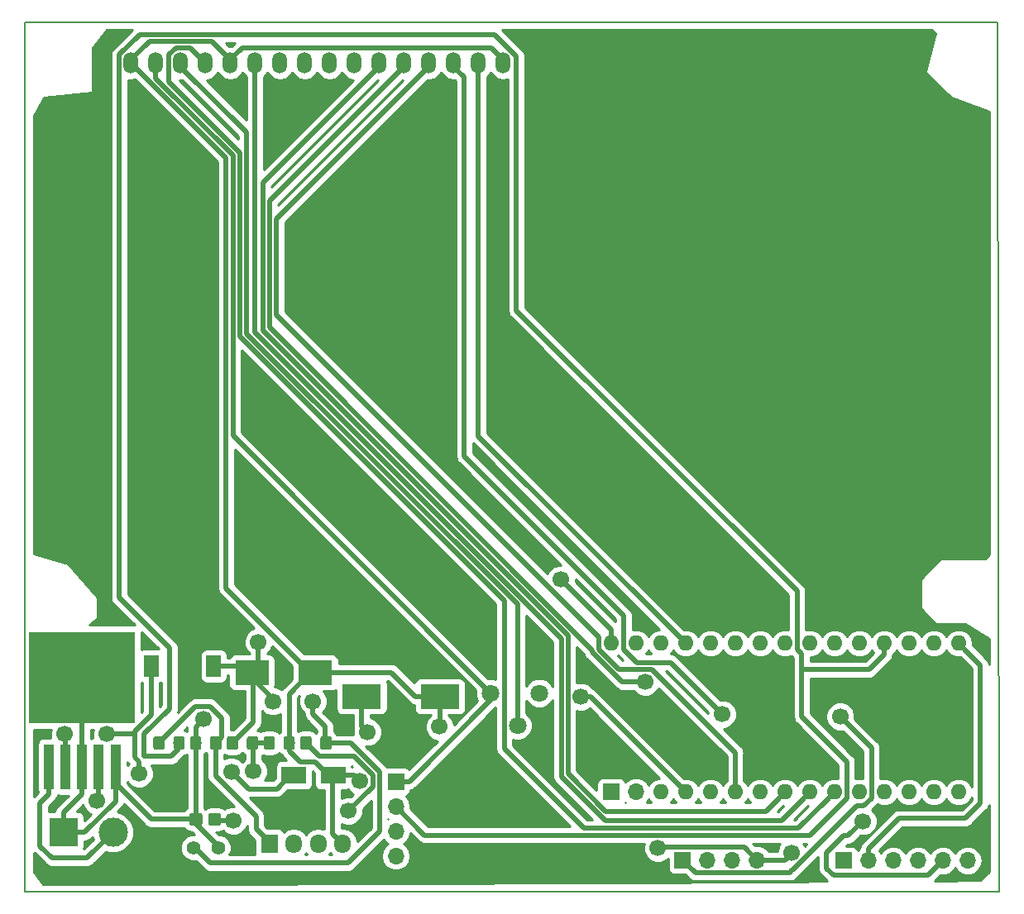
<source format=gbr>
G04 #@! TF.GenerationSoftware,KiCad,Pcbnew,(5.0.0)*
G04 #@! TF.CreationDate,2019-03-04T17:15:25-05:00*
G04 #@! TF.ProjectId,nivel y temperatura,6E6976656C20792074656D7065726174,V 1.0*
G04 #@! TF.SameCoordinates,Original*
G04 #@! TF.FileFunction,Copper,L1,Top,Signal*
G04 #@! TF.FilePolarity,Positive*
%FSLAX46Y46*%
G04 Gerber Fmt 4.6, Leading zero omitted, Abs format (unit mm)*
G04 Created by KiCad (PCBNEW (5.0.0)) date 03/04/19 17:15:25*
%MOMM*%
%LPD*%
G01*
G04 APERTURE LIST*
G04 #@! TA.AperFunction,NonConductor*
%ADD10C,0.150000*%
G04 #@! TD*
G04 #@! TA.AperFunction,ComponentPad*
%ADD11O,1.500000X2.200000*%
G04 #@! TD*
G04 #@! TA.AperFunction,ComponentPad*
%ADD12R,1.700000X1.700000*%
G04 #@! TD*
G04 #@! TA.AperFunction,ComponentPad*
%ADD13O,1.700000X1.700000*%
G04 #@! TD*
G04 #@! TA.AperFunction,ComponentPad*
%ADD14O,1.600000X1.600000*%
G04 #@! TD*
G04 #@! TA.AperFunction,Conductor*
%ADD15C,0.100000*%
G04 #@! TD*
G04 #@! TA.AperFunction,SMDPad,CuDef*
%ADD16C,1.300000*%
G04 #@! TD*
G04 #@! TA.AperFunction,SMDPad,CuDef*
%ADD17C,1.150000*%
G04 #@! TD*
G04 #@! TA.AperFunction,ComponentPad*
%ADD18R,1.700000X1.950000*%
G04 #@! TD*
G04 #@! TA.AperFunction,ComponentPad*
%ADD19O,1.700000X1.950000*%
G04 #@! TD*
G04 #@! TA.AperFunction,SMDPad,CuDef*
%ADD20R,4.000000X2.500000*%
G04 #@! TD*
G04 #@! TA.AperFunction,SMDPad,CuDef*
%ADD21R,3.500000X2.500000*%
G04 #@! TD*
G04 #@! TA.AperFunction,SMDPad,CuDef*
%ADD22R,2.500000X1.800000*%
G04 #@! TD*
G04 #@! TA.AperFunction,ComponentPad*
%ADD23R,2.999740X2.999740*%
G04 #@! TD*
G04 #@! TA.AperFunction,ComponentPad*
%ADD24C,2.999740*%
G04 #@! TD*
G04 #@! TA.AperFunction,SMDPad,CuDef*
%ADD25R,1.500000X2.200000*%
G04 #@! TD*
G04 #@! TA.AperFunction,BGAPad,CuDef*
%ADD26C,1.400000*%
G04 #@! TD*
G04 #@! TA.AperFunction,SMDPad,CuDef*
%ADD27R,1.100000X4.600000*%
G04 #@! TD*
G04 #@! TA.AperFunction,SMDPad,CuDef*
%ADD28R,10.800000X9.400000*%
G04 #@! TD*
G04 #@! TA.AperFunction,ComponentPad*
%ADD29C,1.800000*%
G04 #@! TD*
G04 #@! TA.AperFunction,ViaPad*
%ADD30C,1.700000*%
G04 #@! TD*
G04 #@! TA.AperFunction,Conductor*
%ADD31C,0.500000*%
G04 #@! TD*
G04 #@! TA.AperFunction,NonConductor*
%ADD32C,0.254000*%
G04 #@! TD*
G04 APERTURE END LIST*
D10*
X92202000Y-45974000D02*
X92202000Y-134974000D01*
X191770000Y-45974000D02*
X92202000Y-45974000D01*
X191900000Y-135000000D02*
X191770000Y-45970000D01*
X92202000Y-135000000D02*
X191900000Y-135000000D01*
D11*
G04 #@! TO.P,U1,16*
G04 #@! TO.N,GND*
X141145601Y-50135101D03*
G04 #@! TO.P,U1,15*
G04 #@! TO.N,+5V*
X138605601Y-50135101D03*
G04 #@! TO.P,U1,14*
G04 #@! TO.N,D2*
X136065601Y-50135101D03*
G04 #@! TO.P,U1,13*
G04 #@! TO.N,D3*
X133525601Y-50135101D03*
G04 #@! TO.P,U1,12*
G04 #@! TO.N,D4*
X130985601Y-50135101D03*
G04 #@! TO.P,U1,11*
G04 #@! TO.N,D5*
X128445601Y-50135101D03*
G04 #@! TO.P,U1,10*
G04 #@! TO.N,Net-(U1-Pad10)*
X125905601Y-50135101D03*
G04 #@! TO.P,U1,9*
G04 #@! TO.N,Net-(U1-Pad9)*
X123365601Y-50135101D03*
G04 #@! TO.P,U1,8*
G04 #@! TO.N,Net-(U1-Pad8)*
X120825601Y-50135101D03*
G04 #@! TO.P,U1,7*
G04 #@! TO.N,Net-(U1-Pad7)*
X118285601Y-50135101D03*
G04 #@! TO.P,U1,6*
G04 #@! TO.N,D6*
X115745601Y-50135101D03*
G04 #@! TO.P,U1,5*
G04 #@! TO.N,GND*
X113205601Y-50135101D03*
G04 #@! TO.P,U1,4*
G04 #@! TO.N,D7*
X110665601Y-50135101D03*
G04 #@! TO.P,U1,3*
G04 #@! TO.N,Net-(RV1-Pad1)*
X108125601Y-50135101D03*
G04 #@! TO.P,U1,2*
G04 #@! TO.N,+5V*
X105585601Y-50135101D03*
G04 #@! TO.P,U1,1*
G04 #@! TO.N,GND*
X103045601Y-50135101D03*
G04 #@! TD*
D12*
G04 #@! TO.P,S-DTH1,1*
G04 #@! TO.N,+5V*
X130149600Y-123748800D03*
D13*
G04 #@! TO.P,S-DTH1,2*
G04 #@! TO.N,A0*
X130149600Y-126288800D03*
G04 #@! TO.P,S-DTH1,3*
G04 #@! TO.N,Net-(S-DTH1-Pad3)*
X130149600Y-128828800D03*
G04 #@! TO.P,S-DTH1,4*
G04 #@! TO.N,GND*
X130149600Y-131368800D03*
G04 #@! TD*
D14*
G04 #@! TO.P,A1,16*
G04 #@! TO.N,D13*
X187756800Y-109575600D03*
G04 #@! TO.P,A1,15*
G04 #@! TO.N,D12*
X187756800Y-124815600D03*
G04 #@! TO.P,A1,30*
G04 #@! TO.N,Vout*
X152196800Y-109575600D03*
G04 #@! TO.P,A1,14*
G04 #@! TO.N,D11*
X185216800Y-124815600D03*
G04 #@! TO.P,A1,29*
G04 #@! TO.N,GND*
X154736800Y-109575600D03*
G04 #@! TO.P,A1,13*
G04 #@! TO.N,D10*
X182676800Y-124815600D03*
G04 #@! TO.P,A1,28*
G04 #@! TO.N,Net-(A1-Pad28)*
X157276800Y-109575600D03*
G04 #@! TO.P,A1,12*
G04 #@! TO.N,D9*
X180136800Y-124815600D03*
G04 #@! TO.P,A1,27*
G04 #@! TO.N,+5V*
X159816800Y-109575600D03*
G04 #@! TO.P,A1,11*
G04 #@! TO.N,D8*
X177596800Y-124815600D03*
G04 #@! TO.P,A1,26*
G04 #@! TO.N,Net-(A1-Pad26)*
X162356800Y-109575600D03*
G04 #@! TO.P,A1,10*
G04 #@! TO.N,D7*
X175056800Y-124815600D03*
G04 #@! TO.P,A1,25*
G04 #@! TO.N,Net-(A1-Pad25)*
X164896800Y-109575600D03*
G04 #@! TO.P,A1,9*
G04 #@! TO.N,D6*
X172516800Y-124815600D03*
G04 #@! TO.P,A1,24*
G04 #@! TO.N,A5*
X167436800Y-109575600D03*
G04 #@! TO.P,A1,8*
G04 #@! TO.N,D5*
X169976800Y-124815600D03*
G04 #@! TO.P,A1,23*
G04 #@! TO.N,A4*
X169976800Y-109575600D03*
G04 #@! TO.P,A1,7*
G04 #@! TO.N,D4*
X167436800Y-124815600D03*
G04 #@! TO.P,A1,22*
G04 #@! TO.N,Net-(A1-Pad22)*
X172516800Y-109575600D03*
G04 #@! TO.P,A1,6*
G04 #@! TO.N,D3*
X164896800Y-124815600D03*
G04 #@! TO.P,A1,21*
G04 #@! TO.N,Net-(A1-Pad21)*
X175056800Y-109575600D03*
G04 #@! TO.P,A1,5*
G04 #@! TO.N,D2*
X162356800Y-124815600D03*
G04 #@! TO.P,A1,20*
G04 #@! TO.N,Net-(A1-Pad20)*
X177596800Y-109575600D03*
G04 #@! TO.P,A1,4*
G04 #@! TO.N,GND*
X159816800Y-124815600D03*
G04 #@! TO.P,A1,19*
G04 #@! TO.N,A0*
X180136800Y-109575600D03*
G04 #@! TO.P,A1,3*
G04 #@! TO.N,Net-(A1-Pad3)*
X157276800Y-124815600D03*
G04 #@! TO.P,A1,18*
G04 #@! TO.N,Net-(A1-Pad18)*
X182676800Y-109575600D03*
D13*
G04 #@! TO.P,A1,2*
G04 #@! TO.N,Net-(A1-Pad2)*
X154736800Y-124815600D03*
D14*
G04 #@! TO.P,A1,17*
G04 #@! TO.N,Net-(A1-Pad17)*
X185216800Y-109575600D03*
D12*
G04 #@! TO.P,A1,1*
G04 #@! TO.N,Net-(A1-Pad1)*
X152196800Y-124815600D03*
G04 #@! TD*
D15*
G04 #@! TO.N,GND*
G04 #@! TO.C,D1*
G36*
X110116904Y-126960804D02*
X110141173Y-126964404D01*
X110164971Y-126970365D01*
X110188071Y-126978630D01*
X110210249Y-126989120D01*
X110231293Y-127001733D01*
X110250998Y-127016347D01*
X110269177Y-127032823D01*
X110285653Y-127051002D01*
X110300267Y-127070707D01*
X110312880Y-127091751D01*
X110323370Y-127113929D01*
X110331635Y-127137029D01*
X110337596Y-127160827D01*
X110341196Y-127185096D01*
X110342400Y-127209600D01*
X110342400Y-128009600D01*
X110341196Y-128034104D01*
X110337596Y-128058373D01*
X110331635Y-128082171D01*
X110323370Y-128105271D01*
X110312880Y-128127449D01*
X110300267Y-128148493D01*
X110285653Y-128168198D01*
X110269177Y-128186377D01*
X110250998Y-128202853D01*
X110231293Y-128217467D01*
X110210249Y-128230080D01*
X110188071Y-128240570D01*
X110164971Y-128248835D01*
X110141173Y-128254796D01*
X110116904Y-128258396D01*
X110092400Y-128259600D01*
X109267400Y-128259600D01*
X109242896Y-128258396D01*
X109218627Y-128254796D01*
X109194829Y-128248835D01*
X109171729Y-128240570D01*
X109149551Y-128230080D01*
X109128507Y-128217467D01*
X109108802Y-128202853D01*
X109090623Y-128186377D01*
X109074147Y-128168198D01*
X109059533Y-128148493D01*
X109046920Y-128127449D01*
X109036430Y-128105271D01*
X109028165Y-128082171D01*
X109022204Y-128058373D01*
X109018604Y-128034104D01*
X109017400Y-128009600D01*
X109017400Y-127209600D01*
X109018604Y-127185096D01*
X109022204Y-127160827D01*
X109028165Y-127137029D01*
X109036430Y-127113929D01*
X109046920Y-127091751D01*
X109059533Y-127070707D01*
X109074147Y-127051002D01*
X109090623Y-127032823D01*
X109108802Y-127016347D01*
X109128507Y-127001733D01*
X109149551Y-126989120D01*
X109171729Y-126978630D01*
X109194829Y-126970365D01*
X109218627Y-126964404D01*
X109242896Y-126960804D01*
X109267400Y-126959600D01*
X110092400Y-126959600D01*
X110116904Y-126960804D01*
X110116904Y-126960804D01*
G37*
D16*
G04 #@! TD*
G04 #@! TO.P,D1,1*
G04 #@! TO.N,GND*
X109679900Y-127609600D03*
D15*
G04 #@! TO.N,Net-(D1-Pad2)*
G04 #@! TO.C,D1*
G36*
X112041904Y-126960804D02*
X112066173Y-126964404D01*
X112089971Y-126970365D01*
X112113071Y-126978630D01*
X112135249Y-126989120D01*
X112156293Y-127001733D01*
X112175998Y-127016347D01*
X112194177Y-127032823D01*
X112210653Y-127051002D01*
X112225267Y-127070707D01*
X112237880Y-127091751D01*
X112248370Y-127113929D01*
X112256635Y-127137029D01*
X112262596Y-127160827D01*
X112266196Y-127185096D01*
X112267400Y-127209600D01*
X112267400Y-128009600D01*
X112266196Y-128034104D01*
X112262596Y-128058373D01*
X112256635Y-128082171D01*
X112248370Y-128105271D01*
X112237880Y-128127449D01*
X112225267Y-128148493D01*
X112210653Y-128168198D01*
X112194177Y-128186377D01*
X112175998Y-128202853D01*
X112156293Y-128217467D01*
X112135249Y-128230080D01*
X112113071Y-128240570D01*
X112089971Y-128248835D01*
X112066173Y-128254796D01*
X112041904Y-128258396D01*
X112017400Y-128259600D01*
X111192400Y-128259600D01*
X111167896Y-128258396D01*
X111143627Y-128254796D01*
X111119829Y-128248835D01*
X111096729Y-128240570D01*
X111074551Y-128230080D01*
X111053507Y-128217467D01*
X111033802Y-128202853D01*
X111015623Y-128186377D01*
X110999147Y-128168198D01*
X110984533Y-128148493D01*
X110971920Y-128127449D01*
X110961430Y-128105271D01*
X110953165Y-128082171D01*
X110947204Y-128058373D01*
X110943604Y-128034104D01*
X110942400Y-128009600D01*
X110942400Y-127209600D01*
X110943604Y-127185096D01*
X110947204Y-127160827D01*
X110953165Y-127137029D01*
X110961430Y-127113929D01*
X110971920Y-127091751D01*
X110984533Y-127070707D01*
X110999147Y-127051002D01*
X111015623Y-127032823D01*
X111033802Y-127016347D01*
X111053507Y-127001733D01*
X111074551Y-126989120D01*
X111096729Y-126978630D01*
X111119829Y-126970365D01*
X111143627Y-126964404D01*
X111167896Y-126960804D01*
X111192400Y-126959600D01*
X112017400Y-126959600D01*
X112041904Y-126960804D01*
X112041904Y-126960804D01*
G37*
D16*
G04 #@! TD*
G04 #@! TO.P,D1,2*
G04 #@! TO.N,Net-(D1-Pad2)*
X111604900Y-127609600D03*
D15*
G04 #@! TO.N,+5V*
G04 #@! TO.C,R1*
G36*
X106258505Y-119087604D02*
X106282773Y-119091204D01*
X106306572Y-119097165D01*
X106329671Y-119105430D01*
X106351850Y-119115920D01*
X106372893Y-119128532D01*
X106392599Y-119143147D01*
X106410777Y-119159623D01*
X106427253Y-119177801D01*
X106441868Y-119197507D01*
X106454480Y-119218550D01*
X106464970Y-119240729D01*
X106473235Y-119263828D01*
X106479196Y-119287627D01*
X106482796Y-119311895D01*
X106484000Y-119336399D01*
X106484000Y-120236401D01*
X106482796Y-120260905D01*
X106479196Y-120285173D01*
X106473235Y-120308972D01*
X106464970Y-120332071D01*
X106454480Y-120354250D01*
X106441868Y-120375293D01*
X106427253Y-120394999D01*
X106410777Y-120413177D01*
X106392599Y-120429653D01*
X106372893Y-120444268D01*
X106351850Y-120456880D01*
X106329671Y-120467370D01*
X106306572Y-120475635D01*
X106282773Y-120481596D01*
X106258505Y-120485196D01*
X106234001Y-120486400D01*
X105583999Y-120486400D01*
X105559495Y-120485196D01*
X105535227Y-120481596D01*
X105511428Y-120475635D01*
X105488329Y-120467370D01*
X105466150Y-120456880D01*
X105445107Y-120444268D01*
X105425401Y-120429653D01*
X105407223Y-120413177D01*
X105390747Y-120394999D01*
X105376132Y-120375293D01*
X105363520Y-120354250D01*
X105353030Y-120332071D01*
X105344765Y-120308972D01*
X105338804Y-120285173D01*
X105335204Y-120260905D01*
X105334000Y-120236401D01*
X105334000Y-119336399D01*
X105335204Y-119311895D01*
X105338804Y-119287627D01*
X105344765Y-119263828D01*
X105353030Y-119240729D01*
X105363520Y-119218550D01*
X105376132Y-119197507D01*
X105390747Y-119177801D01*
X105407223Y-119159623D01*
X105425401Y-119143147D01*
X105445107Y-119128532D01*
X105466150Y-119115920D01*
X105488329Y-119105430D01*
X105511428Y-119097165D01*
X105535227Y-119091204D01*
X105559495Y-119087604D01*
X105583999Y-119086400D01*
X106234001Y-119086400D01*
X106258505Y-119087604D01*
X106258505Y-119087604D01*
G37*
D17*
G04 #@! TD*
G04 #@! TO.P,R1,1*
G04 #@! TO.N,+5V*
X105909000Y-119786400D03*
D15*
G04 #@! TO.N,A0*
G04 #@! TO.C,R1*
G36*
X108308505Y-119087604D02*
X108332773Y-119091204D01*
X108356572Y-119097165D01*
X108379671Y-119105430D01*
X108401850Y-119115920D01*
X108422893Y-119128532D01*
X108442599Y-119143147D01*
X108460777Y-119159623D01*
X108477253Y-119177801D01*
X108491868Y-119197507D01*
X108504480Y-119218550D01*
X108514970Y-119240729D01*
X108523235Y-119263828D01*
X108529196Y-119287627D01*
X108532796Y-119311895D01*
X108534000Y-119336399D01*
X108534000Y-120236401D01*
X108532796Y-120260905D01*
X108529196Y-120285173D01*
X108523235Y-120308972D01*
X108514970Y-120332071D01*
X108504480Y-120354250D01*
X108491868Y-120375293D01*
X108477253Y-120394999D01*
X108460777Y-120413177D01*
X108442599Y-120429653D01*
X108422893Y-120444268D01*
X108401850Y-120456880D01*
X108379671Y-120467370D01*
X108356572Y-120475635D01*
X108332773Y-120481596D01*
X108308505Y-120485196D01*
X108284001Y-120486400D01*
X107633999Y-120486400D01*
X107609495Y-120485196D01*
X107585227Y-120481596D01*
X107561428Y-120475635D01*
X107538329Y-120467370D01*
X107516150Y-120456880D01*
X107495107Y-120444268D01*
X107475401Y-120429653D01*
X107457223Y-120413177D01*
X107440747Y-120394999D01*
X107426132Y-120375293D01*
X107413520Y-120354250D01*
X107403030Y-120332071D01*
X107394765Y-120308972D01*
X107388804Y-120285173D01*
X107385204Y-120260905D01*
X107384000Y-120236401D01*
X107384000Y-119336399D01*
X107385204Y-119311895D01*
X107388804Y-119287627D01*
X107394765Y-119263828D01*
X107403030Y-119240729D01*
X107413520Y-119218550D01*
X107426132Y-119197507D01*
X107440747Y-119177801D01*
X107457223Y-119159623D01*
X107475401Y-119143147D01*
X107495107Y-119128532D01*
X107516150Y-119115920D01*
X107538329Y-119105430D01*
X107561428Y-119097165D01*
X107585227Y-119091204D01*
X107609495Y-119087604D01*
X107633999Y-119086400D01*
X108284001Y-119086400D01*
X108308505Y-119087604D01*
X108308505Y-119087604D01*
G37*
D17*
G04 #@! TD*
G04 #@! TO.P,R1,2*
G04 #@! TO.N,A0*
X107959000Y-119786400D03*
D15*
G04 #@! TO.N,+5V*
G04 #@! TO.C,R2*
G36*
X112067705Y-119087604D02*
X112091973Y-119091204D01*
X112115772Y-119097165D01*
X112138871Y-119105430D01*
X112161050Y-119115920D01*
X112182093Y-119128532D01*
X112201799Y-119143147D01*
X112219977Y-119159623D01*
X112236453Y-119177801D01*
X112251068Y-119197507D01*
X112263680Y-119218550D01*
X112274170Y-119240729D01*
X112282435Y-119263828D01*
X112288396Y-119287627D01*
X112291996Y-119311895D01*
X112293200Y-119336399D01*
X112293200Y-120236401D01*
X112291996Y-120260905D01*
X112288396Y-120285173D01*
X112282435Y-120308972D01*
X112274170Y-120332071D01*
X112263680Y-120354250D01*
X112251068Y-120375293D01*
X112236453Y-120394999D01*
X112219977Y-120413177D01*
X112201799Y-120429653D01*
X112182093Y-120444268D01*
X112161050Y-120456880D01*
X112138871Y-120467370D01*
X112115772Y-120475635D01*
X112091973Y-120481596D01*
X112067705Y-120485196D01*
X112043201Y-120486400D01*
X111393199Y-120486400D01*
X111368695Y-120485196D01*
X111344427Y-120481596D01*
X111320628Y-120475635D01*
X111297529Y-120467370D01*
X111275350Y-120456880D01*
X111254307Y-120444268D01*
X111234601Y-120429653D01*
X111216423Y-120413177D01*
X111199947Y-120394999D01*
X111185332Y-120375293D01*
X111172720Y-120354250D01*
X111162230Y-120332071D01*
X111153965Y-120308972D01*
X111148004Y-120285173D01*
X111144404Y-120260905D01*
X111143200Y-120236401D01*
X111143200Y-119336399D01*
X111144404Y-119311895D01*
X111148004Y-119287627D01*
X111153965Y-119263828D01*
X111162230Y-119240729D01*
X111172720Y-119218550D01*
X111185332Y-119197507D01*
X111199947Y-119177801D01*
X111216423Y-119159623D01*
X111234601Y-119143147D01*
X111254307Y-119128532D01*
X111275350Y-119115920D01*
X111297529Y-119105430D01*
X111320628Y-119097165D01*
X111344427Y-119091204D01*
X111368695Y-119087604D01*
X111393199Y-119086400D01*
X112043201Y-119086400D01*
X112067705Y-119087604D01*
X112067705Y-119087604D01*
G37*
D17*
G04 #@! TD*
G04 #@! TO.P,R2,2*
G04 #@! TO.N,+5V*
X111718200Y-119786400D03*
D15*
G04 #@! TO.N,GND*
G04 #@! TO.C,R2*
G36*
X110017705Y-119087604D02*
X110041973Y-119091204D01*
X110065772Y-119097165D01*
X110088871Y-119105430D01*
X110111050Y-119115920D01*
X110132093Y-119128532D01*
X110151799Y-119143147D01*
X110169977Y-119159623D01*
X110186453Y-119177801D01*
X110201068Y-119197507D01*
X110213680Y-119218550D01*
X110224170Y-119240729D01*
X110232435Y-119263828D01*
X110238396Y-119287627D01*
X110241996Y-119311895D01*
X110243200Y-119336399D01*
X110243200Y-120236401D01*
X110241996Y-120260905D01*
X110238396Y-120285173D01*
X110232435Y-120308972D01*
X110224170Y-120332071D01*
X110213680Y-120354250D01*
X110201068Y-120375293D01*
X110186453Y-120394999D01*
X110169977Y-120413177D01*
X110151799Y-120429653D01*
X110132093Y-120444268D01*
X110111050Y-120456880D01*
X110088871Y-120467370D01*
X110065772Y-120475635D01*
X110041973Y-120481596D01*
X110017705Y-120485196D01*
X109993201Y-120486400D01*
X109343199Y-120486400D01*
X109318695Y-120485196D01*
X109294427Y-120481596D01*
X109270628Y-120475635D01*
X109247529Y-120467370D01*
X109225350Y-120456880D01*
X109204307Y-120444268D01*
X109184601Y-120429653D01*
X109166423Y-120413177D01*
X109149947Y-120394999D01*
X109135332Y-120375293D01*
X109122720Y-120354250D01*
X109112230Y-120332071D01*
X109103965Y-120308972D01*
X109098004Y-120285173D01*
X109094404Y-120260905D01*
X109093200Y-120236401D01*
X109093200Y-119336399D01*
X109094404Y-119311895D01*
X109098004Y-119287627D01*
X109103965Y-119263828D01*
X109112230Y-119240729D01*
X109122720Y-119218550D01*
X109135332Y-119197507D01*
X109149947Y-119177801D01*
X109166423Y-119159623D01*
X109184601Y-119143147D01*
X109204307Y-119128532D01*
X109225350Y-119115920D01*
X109247529Y-119105430D01*
X109270628Y-119097165D01*
X109294427Y-119091204D01*
X109318695Y-119087604D01*
X109343199Y-119086400D01*
X109993201Y-119086400D01*
X110017705Y-119087604D01*
X110017705Y-119087604D01*
G37*
D17*
G04 #@! TD*
G04 #@! TO.P,R2,1*
G04 #@! TO.N,GND*
X109668200Y-119786400D03*
D12*
G04 #@! TO.P,RTC1,1*
G04 #@! TO.N,A5*
X159512000Y-131775200D03*
D13*
G04 #@! TO.P,RTC1,2*
G04 #@! TO.N,A4*
X162052000Y-131775200D03*
G04 #@! TO.P,RTC1,3*
G04 #@! TO.N,+5V*
X164592000Y-131775200D03*
G04 #@! TO.P,RTC1,4*
G04 #@! TO.N,GND*
X167132000Y-131775200D03*
G04 #@! TD*
D12*
G04 #@! TO.P,SD1,1*
G04 #@! TO.N,D10*
X175971200Y-131826000D03*
D13*
G04 #@! TO.P,SD1,2*
G04 #@! TO.N,D13*
X178511200Y-131826000D03*
G04 #@! TO.P,SD1,3*
G04 #@! TO.N,D11*
X181051200Y-131826000D03*
G04 #@! TO.P,SD1,4*
G04 #@! TO.N,D12*
X183591200Y-131826000D03*
G04 #@! TO.P,SD1,5*
G04 #@! TO.N,+5V*
X186131200Y-131826000D03*
G04 #@! TO.P,SD1,6*
G04 #@! TO.N,GND*
X188671200Y-131826000D03*
G04 #@! TD*
D18*
G04 #@! TO.P,Sensor1,1*
G04 #@! TO.N,+5V*
X117195600Y-130098800D03*
D19*
G04 #@! TO.P,Sensor1,2*
G04 #@! TO.N,D9*
X119695600Y-130098800D03*
G04 #@! TO.P,Sensor1,3*
G04 #@! TO.N,D8*
X122195600Y-130098800D03*
G04 #@! TO.P,Sensor1,4*
G04 #@! TO.N,GND*
X124695600Y-130098800D03*
G04 #@! TD*
D20*
G04 #@! TO.P,C1,1*
G04 #@! TO.N,Net-(C1-Pad1)*
X126657600Y-115011200D03*
G04 #@! TO.P,C1,2*
G04 #@! TO.N,GND*
X134657600Y-115011200D03*
G04 #@! TD*
D21*
G04 #@! TO.P,C2,1*
G04 #@! TO.N,Vout*
X115418800Y-112572800D03*
G04 #@! TO.P,C2,2*
G04 #@! TO.N,GND*
X121918800Y-112572800D03*
G04 #@! TD*
D22*
G04 #@! TO.P,D2,1*
G04 #@! TO.N,Net-(D2-Pad1)*
X119716800Y-123088400D03*
G04 #@! TO.P,D2,2*
G04 #@! TO.N,GND*
X123716800Y-123088400D03*
G04 #@! TD*
D23*
G04 #@! TO.P, ,1*
G04 #@! TO.N,GND*
X96113600Y-128930400D03*
D24*
G04 #@! TO.P, ,2*
G04 #@! TO.N,Net-(C1-Pad1)*
X101193600Y-128930400D03*
G04 #@! TD*
D25*
G04 #@! TO.P,L1,1*
G04 #@! TO.N,Net-(D2-Pad1)*
X105105600Y-111912400D03*
G04 #@! TO.P,L1,2*
G04 #@! TO.N,Vout*
X111505600Y-111912400D03*
G04 #@! TD*
D15*
G04 #@! TO.N,Net-(R3-Pad2)*
G04 #@! TO.C,R3*
G36*
X115826905Y-119087604D02*
X115851173Y-119091204D01*
X115874972Y-119097165D01*
X115898071Y-119105430D01*
X115920250Y-119115920D01*
X115941293Y-119128532D01*
X115960999Y-119143147D01*
X115979177Y-119159623D01*
X115995653Y-119177801D01*
X116010268Y-119197507D01*
X116022880Y-119218550D01*
X116033370Y-119240729D01*
X116041635Y-119263828D01*
X116047596Y-119287627D01*
X116051196Y-119311895D01*
X116052400Y-119336399D01*
X116052400Y-120236401D01*
X116051196Y-120260905D01*
X116047596Y-120285173D01*
X116041635Y-120308972D01*
X116033370Y-120332071D01*
X116022880Y-120354250D01*
X116010268Y-120375293D01*
X115995653Y-120394999D01*
X115979177Y-120413177D01*
X115960999Y-120429653D01*
X115941293Y-120444268D01*
X115920250Y-120456880D01*
X115898071Y-120467370D01*
X115874972Y-120475635D01*
X115851173Y-120481596D01*
X115826905Y-120485196D01*
X115802401Y-120486400D01*
X115152399Y-120486400D01*
X115127895Y-120485196D01*
X115103627Y-120481596D01*
X115079828Y-120475635D01*
X115056729Y-120467370D01*
X115034550Y-120456880D01*
X115013507Y-120444268D01*
X114993801Y-120429653D01*
X114975623Y-120413177D01*
X114959147Y-120394999D01*
X114944532Y-120375293D01*
X114931920Y-120354250D01*
X114921430Y-120332071D01*
X114913165Y-120308972D01*
X114907204Y-120285173D01*
X114903604Y-120260905D01*
X114902400Y-120236401D01*
X114902400Y-119336399D01*
X114903604Y-119311895D01*
X114907204Y-119287627D01*
X114913165Y-119263828D01*
X114921430Y-119240729D01*
X114931920Y-119218550D01*
X114944532Y-119197507D01*
X114959147Y-119177801D01*
X114975623Y-119159623D01*
X114993801Y-119143147D01*
X115013507Y-119128532D01*
X115034550Y-119115920D01*
X115056729Y-119105430D01*
X115079828Y-119097165D01*
X115103627Y-119091204D01*
X115127895Y-119087604D01*
X115152399Y-119086400D01*
X115802401Y-119086400D01*
X115826905Y-119087604D01*
X115826905Y-119087604D01*
G37*
D17*
G04 #@! TD*
G04 #@! TO.P,R3,2*
G04 #@! TO.N,Net-(R3-Pad2)*
X115477400Y-119786400D03*
D15*
G04 #@! TO.N,Vout*
G04 #@! TO.C,R3*
G36*
X113776905Y-119087604D02*
X113801173Y-119091204D01*
X113824972Y-119097165D01*
X113848071Y-119105430D01*
X113870250Y-119115920D01*
X113891293Y-119128532D01*
X113910999Y-119143147D01*
X113929177Y-119159623D01*
X113945653Y-119177801D01*
X113960268Y-119197507D01*
X113972880Y-119218550D01*
X113983370Y-119240729D01*
X113991635Y-119263828D01*
X113997596Y-119287627D01*
X114001196Y-119311895D01*
X114002400Y-119336399D01*
X114002400Y-120236401D01*
X114001196Y-120260905D01*
X113997596Y-120285173D01*
X113991635Y-120308972D01*
X113983370Y-120332071D01*
X113972880Y-120354250D01*
X113960268Y-120375293D01*
X113945653Y-120394999D01*
X113929177Y-120413177D01*
X113910999Y-120429653D01*
X113891293Y-120444268D01*
X113870250Y-120456880D01*
X113848071Y-120467370D01*
X113824972Y-120475635D01*
X113801173Y-120481596D01*
X113776905Y-120485196D01*
X113752401Y-120486400D01*
X113102399Y-120486400D01*
X113077895Y-120485196D01*
X113053627Y-120481596D01*
X113029828Y-120475635D01*
X113006729Y-120467370D01*
X112984550Y-120456880D01*
X112963507Y-120444268D01*
X112943801Y-120429653D01*
X112925623Y-120413177D01*
X112909147Y-120394999D01*
X112894532Y-120375293D01*
X112881920Y-120354250D01*
X112871430Y-120332071D01*
X112863165Y-120308972D01*
X112857204Y-120285173D01*
X112853604Y-120260905D01*
X112852400Y-120236401D01*
X112852400Y-119336399D01*
X112853604Y-119311895D01*
X112857204Y-119287627D01*
X112863165Y-119263828D01*
X112871430Y-119240729D01*
X112881920Y-119218550D01*
X112894532Y-119197507D01*
X112909147Y-119177801D01*
X112925623Y-119159623D01*
X112943801Y-119143147D01*
X112963507Y-119128532D01*
X112984550Y-119115920D01*
X113006729Y-119105430D01*
X113029828Y-119097165D01*
X113053627Y-119091204D01*
X113077895Y-119087604D01*
X113102399Y-119086400D01*
X113752401Y-119086400D01*
X113776905Y-119087604D01*
X113776905Y-119087604D01*
G37*
D17*
G04 #@! TD*
G04 #@! TO.P,R3,1*
G04 #@! TO.N,Vout*
X113427400Y-119786400D03*
D15*
G04 #@! TO.N,Net-(R3-Pad2)*
G04 #@! TO.C,R4*
G36*
X117536105Y-119087604D02*
X117560373Y-119091204D01*
X117584172Y-119097165D01*
X117607271Y-119105430D01*
X117629450Y-119115920D01*
X117650493Y-119128532D01*
X117670199Y-119143147D01*
X117688377Y-119159623D01*
X117704853Y-119177801D01*
X117719468Y-119197507D01*
X117732080Y-119218550D01*
X117742570Y-119240729D01*
X117750835Y-119263828D01*
X117756796Y-119287627D01*
X117760396Y-119311895D01*
X117761600Y-119336399D01*
X117761600Y-120236401D01*
X117760396Y-120260905D01*
X117756796Y-120285173D01*
X117750835Y-120308972D01*
X117742570Y-120332071D01*
X117732080Y-120354250D01*
X117719468Y-120375293D01*
X117704853Y-120394999D01*
X117688377Y-120413177D01*
X117670199Y-120429653D01*
X117650493Y-120444268D01*
X117629450Y-120456880D01*
X117607271Y-120467370D01*
X117584172Y-120475635D01*
X117560373Y-120481596D01*
X117536105Y-120485196D01*
X117511601Y-120486400D01*
X116861599Y-120486400D01*
X116837095Y-120485196D01*
X116812827Y-120481596D01*
X116789028Y-120475635D01*
X116765929Y-120467370D01*
X116743750Y-120456880D01*
X116722707Y-120444268D01*
X116703001Y-120429653D01*
X116684823Y-120413177D01*
X116668347Y-120394999D01*
X116653732Y-120375293D01*
X116641120Y-120354250D01*
X116630630Y-120332071D01*
X116622365Y-120308972D01*
X116616404Y-120285173D01*
X116612804Y-120260905D01*
X116611600Y-120236401D01*
X116611600Y-119336399D01*
X116612804Y-119311895D01*
X116616404Y-119287627D01*
X116622365Y-119263828D01*
X116630630Y-119240729D01*
X116641120Y-119218550D01*
X116653732Y-119197507D01*
X116668347Y-119177801D01*
X116684823Y-119159623D01*
X116703001Y-119143147D01*
X116722707Y-119128532D01*
X116743750Y-119115920D01*
X116765929Y-119105430D01*
X116789028Y-119097165D01*
X116812827Y-119091204D01*
X116837095Y-119087604D01*
X116861599Y-119086400D01*
X117511601Y-119086400D01*
X117536105Y-119087604D01*
X117536105Y-119087604D01*
G37*
D17*
G04 #@! TD*
G04 #@! TO.P,R4,1*
G04 #@! TO.N,Net-(R3-Pad2)*
X117186600Y-119786400D03*
D15*
G04 #@! TO.N,GND*
G04 #@! TO.C,R4*
G36*
X119586105Y-119087604D02*
X119610373Y-119091204D01*
X119634172Y-119097165D01*
X119657271Y-119105430D01*
X119679450Y-119115920D01*
X119700493Y-119128532D01*
X119720199Y-119143147D01*
X119738377Y-119159623D01*
X119754853Y-119177801D01*
X119769468Y-119197507D01*
X119782080Y-119218550D01*
X119792570Y-119240729D01*
X119800835Y-119263828D01*
X119806796Y-119287627D01*
X119810396Y-119311895D01*
X119811600Y-119336399D01*
X119811600Y-120236401D01*
X119810396Y-120260905D01*
X119806796Y-120285173D01*
X119800835Y-120308972D01*
X119792570Y-120332071D01*
X119782080Y-120354250D01*
X119769468Y-120375293D01*
X119754853Y-120394999D01*
X119738377Y-120413177D01*
X119720199Y-120429653D01*
X119700493Y-120444268D01*
X119679450Y-120456880D01*
X119657271Y-120467370D01*
X119634172Y-120475635D01*
X119610373Y-120481596D01*
X119586105Y-120485196D01*
X119561601Y-120486400D01*
X118911599Y-120486400D01*
X118887095Y-120485196D01*
X118862827Y-120481596D01*
X118839028Y-120475635D01*
X118815929Y-120467370D01*
X118793750Y-120456880D01*
X118772707Y-120444268D01*
X118753001Y-120429653D01*
X118734823Y-120413177D01*
X118718347Y-120394999D01*
X118703732Y-120375293D01*
X118691120Y-120354250D01*
X118680630Y-120332071D01*
X118672365Y-120308972D01*
X118666404Y-120285173D01*
X118662804Y-120260905D01*
X118661600Y-120236401D01*
X118661600Y-119336399D01*
X118662804Y-119311895D01*
X118666404Y-119287627D01*
X118672365Y-119263828D01*
X118680630Y-119240729D01*
X118691120Y-119218550D01*
X118703732Y-119197507D01*
X118718347Y-119177801D01*
X118734823Y-119159623D01*
X118753001Y-119143147D01*
X118772707Y-119128532D01*
X118793750Y-119115920D01*
X118815929Y-119105430D01*
X118839028Y-119097165D01*
X118862827Y-119091204D01*
X118887095Y-119087604D01*
X118911599Y-119086400D01*
X119561601Y-119086400D01*
X119586105Y-119087604D01*
X119586105Y-119087604D01*
G37*
D17*
G04 #@! TD*
G04 #@! TO.P,R4,2*
G04 #@! TO.N,GND*
X119236600Y-119786400D03*
D26*
G04 #@! TO.P,TP1,1*
G04 #@! TO.N,Vout*
X109420000Y-130510000D03*
G04 #@! TO.P,TP1,2*
G04 #@! TO.N,GND*
X111960000Y-130510000D03*
G04 #@! TD*
D27*
G04 #@! TO.P,U2,1*
G04 #@! TO.N,Net-(C1-Pad1)*
X94644000Y-122208600D03*
G04 #@! TO.P,U2,2*
G04 #@! TO.N,Net-(D2-Pad1)*
X96344000Y-122208600D03*
G04 #@! TO.P,U2,3*
G04 #@! TO.N,GND*
X98044000Y-122208600D03*
G04 #@! TO.P,U2,4*
G04 #@! TO.N,Net-(R3-Pad2)*
X99744000Y-122208600D03*
G04 #@! TO.P,U2,5*
G04 #@! TO.N,GND*
X101444000Y-122208600D03*
D28*
G04 #@! TO.P,U2,3*
X98044000Y-113058600D03*
G04 #@! TD*
D15*
G04 #@! TO.N,Net-(D1-Pad2)*
G04 #@! TO.C,R5*
G36*
X121295305Y-119087604D02*
X121319573Y-119091204D01*
X121343372Y-119097165D01*
X121366471Y-119105430D01*
X121388650Y-119115920D01*
X121409693Y-119128532D01*
X121429399Y-119143147D01*
X121447577Y-119159623D01*
X121464053Y-119177801D01*
X121478668Y-119197507D01*
X121491280Y-119218550D01*
X121501770Y-119240729D01*
X121510035Y-119263828D01*
X121515996Y-119287627D01*
X121519596Y-119311895D01*
X121520800Y-119336399D01*
X121520800Y-120236401D01*
X121519596Y-120260905D01*
X121515996Y-120285173D01*
X121510035Y-120308972D01*
X121501770Y-120332071D01*
X121491280Y-120354250D01*
X121478668Y-120375293D01*
X121464053Y-120394999D01*
X121447577Y-120413177D01*
X121429399Y-120429653D01*
X121409693Y-120444268D01*
X121388650Y-120456880D01*
X121366471Y-120467370D01*
X121343372Y-120475635D01*
X121319573Y-120481596D01*
X121295305Y-120485196D01*
X121270801Y-120486400D01*
X120620799Y-120486400D01*
X120596295Y-120485196D01*
X120572027Y-120481596D01*
X120548228Y-120475635D01*
X120525129Y-120467370D01*
X120502950Y-120456880D01*
X120481907Y-120444268D01*
X120462201Y-120429653D01*
X120444023Y-120413177D01*
X120427547Y-120394999D01*
X120412932Y-120375293D01*
X120400320Y-120354250D01*
X120389830Y-120332071D01*
X120381565Y-120308972D01*
X120375604Y-120285173D01*
X120372004Y-120260905D01*
X120370800Y-120236401D01*
X120370800Y-119336399D01*
X120372004Y-119311895D01*
X120375604Y-119287627D01*
X120381565Y-119263828D01*
X120389830Y-119240729D01*
X120400320Y-119218550D01*
X120412932Y-119197507D01*
X120427547Y-119177801D01*
X120444023Y-119159623D01*
X120462201Y-119143147D01*
X120481907Y-119128532D01*
X120502950Y-119115920D01*
X120525129Y-119105430D01*
X120548228Y-119097165D01*
X120572027Y-119091204D01*
X120596295Y-119087604D01*
X120620799Y-119086400D01*
X121270801Y-119086400D01*
X121295305Y-119087604D01*
X121295305Y-119087604D01*
G37*
D17*
G04 #@! TD*
G04 #@! TO.P,R5,1*
G04 #@! TO.N,Net-(D1-Pad2)*
X120945800Y-119786400D03*
D15*
G04 #@! TO.N,Vout*
G04 #@! TO.C,R5*
G36*
X123345305Y-119087604D02*
X123369573Y-119091204D01*
X123393372Y-119097165D01*
X123416471Y-119105430D01*
X123438650Y-119115920D01*
X123459693Y-119128532D01*
X123479399Y-119143147D01*
X123497577Y-119159623D01*
X123514053Y-119177801D01*
X123528668Y-119197507D01*
X123541280Y-119218550D01*
X123551770Y-119240729D01*
X123560035Y-119263828D01*
X123565996Y-119287627D01*
X123569596Y-119311895D01*
X123570800Y-119336399D01*
X123570800Y-120236401D01*
X123569596Y-120260905D01*
X123565996Y-120285173D01*
X123560035Y-120308972D01*
X123551770Y-120332071D01*
X123541280Y-120354250D01*
X123528668Y-120375293D01*
X123514053Y-120394999D01*
X123497577Y-120413177D01*
X123479399Y-120429653D01*
X123459693Y-120444268D01*
X123438650Y-120456880D01*
X123416471Y-120467370D01*
X123393372Y-120475635D01*
X123369573Y-120481596D01*
X123345305Y-120485196D01*
X123320801Y-120486400D01*
X122670799Y-120486400D01*
X122646295Y-120485196D01*
X122622027Y-120481596D01*
X122598228Y-120475635D01*
X122575129Y-120467370D01*
X122552950Y-120456880D01*
X122531907Y-120444268D01*
X122512201Y-120429653D01*
X122494023Y-120413177D01*
X122477547Y-120394999D01*
X122462932Y-120375293D01*
X122450320Y-120354250D01*
X122439830Y-120332071D01*
X122431565Y-120308972D01*
X122425604Y-120285173D01*
X122422004Y-120260905D01*
X122420800Y-120236401D01*
X122420800Y-119336399D01*
X122422004Y-119311895D01*
X122425604Y-119287627D01*
X122431565Y-119263828D01*
X122439830Y-119240729D01*
X122450320Y-119218550D01*
X122462932Y-119197507D01*
X122477547Y-119177801D01*
X122494023Y-119159623D01*
X122512201Y-119143147D01*
X122531907Y-119128532D01*
X122552950Y-119115920D01*
X122575129Y-119105430D01*
X122598228Y-119097165D01*
X122622027Y-119091204D01*
X122646295Y-119087604D01*
X122670799Y-119086400D01*
X123320801Y-119086400D01*
X123345305Y-119087604D01*
X123345305Y-119087604D01*
G37*
D17*
G04 #@! TD*
G04 #@! TO.P,R5,2*
G04 #@! TO.N,Vout*
X122995800Y-119786400D03*
D29*
G04 #@! TO.P,RV1,3*
G04 #@! TO.N,GND*
X144830800Y-114681000D03*
G04 #@! TO.P,RV1,2*
G04 #@! TO.N,+5V*
X139852400Y-114681000D03*
G04 #@! TO.P,RV1,1*
G04 #@! TO.N,Net-(RV1-Pad1)*
X142595600Y-117983000D03*
G04 #@! TD*
D30*
G04 #@! TO.N,GND*
X134620000Y-118110000D03*
X126492000Y-123698000D03*
X156972000Y-130556000D03*
X149098000Y-115062000D03*
X110490000Y-117348000D03*
X170672084Y-131048084D03*
G04 #@! TO.N,+5V*
X177942683Y-127792010D03*
G04 #@! TO.N,A5*
X175632357Y-117069649D03*
G04 #@! TO.N,D4*
X155702000Y-113538000D03*
G04 #@! TO.N,D2*
X163576000Y-116840000D03*
G04 #@! TO.N,Net-(D1-Pad2)*
X113538000Y-127762000D03*
X125309741Y-126750167D03*
G04 #@! TO.N,Vout*
X116078000Y-109474000D03*
X117602000Y-115539990D03*
X121666000Y-115539990D03*
X147035413Y-103022707D03*
G04 #@! TO.N,Net-(C1-Pad1)*
X127254953Y-118648010D03*
G04 #@! TO.N,Net-(D2-Pad1)*
X103886000Y-122936000D03*
X96266000Y-118872000D03*
X100584000Y-118872000D03*
X113302284Y-122713979D03*
G04 #@! TO.N,Net-(R3-Pad2)*
X99568000Y-125730000D03*
X115570000Y-122682000D03*
G04 #@! TD*
D31*
G04 #@! TO.N,GND*
X98044000Y-125000130D02*
X98044000Y-122208600D01*
X96113600Y-126930530D02*
X98044000Y-125000130D01*
X96113600Y-128930400D02*
X96113600Y-126930530D01*
X109679900Y-128069500D02*
X112115600Y-130505200D01*
X109679900Y-127609600D02*
X109679900Y-128069500D01*
X109679900Y-119798100D02*
X109668200Y-119786400D01*
X109679900Y-127609600D02*
X109679900Y-119798100D01*
X119236600Y-114755000D02*
X121418800Y-112572800D01*
X119236600Y-119786400D02*
X119236600Y-114755000D01*
X129719200Y-112572800D02*
X121918800Y-112572800D01*
X132157600Y-115011200D02*
X129719200Y-112572800D01*
X134657600Y-115011200D02*
X132157600Y-115011200D01*
X123698000Y-129101200D02*
X124695600Y-130098800D01*
X123716800Y-123088400D02*
X123698000Y-123107200D01*
X123698000Y-123107200D02*
X123698000Y-129101200D01*
X121418800Y-112572800D02*
X121918800Y-112572800D01*
X141145601Y-49785101D02*
X141145601Y-50135101D01*
X139895601Y-48535101D02*
X141145601Y-49785101D01*
X114455601Y-48535101D02*
X139895601Y-48535101D01*
X113205601Y-49785101D02*
X114455601Y-48535101D01*
X113205601Y-49785101D02*
X113205601Y-50135101D01*
X98044000Y-122208600D02*
X98044000Y-113058600D01*
X98291604Y-128930400D02*
X96113600Y-128930400D01*
X101444000Y-125778004D02*
X98291604Y-128930400D01*
X101444000Y-122208600D02*
X101444000Y-125778004D01*
X105095000Y-127609600D02*
X109679900Y-127609600D01*
X101444000Y-123958600D02*
X105095000Y-127609600D01*
X101444000Y-122208600D02*
X101444000Y-123958600D01*
X134657600Y-115011200D02*
X134657600Y-118072400D01*
X134657600Y-118072400D02*
X134620000Y-118110000D01*
X125882400Y-123088400D02*
X126492000Y-123698000D01*
X123716800Y-123088400D02*
X125882400Y-123088400D01*
X157052801Y-130475199D02*
X156972000Y-130556000D01*
X167132000Y-131775200D02*
X165831999Y-130475199D01*
X165831999Y-130475199D02*
X157052801Y-130475199D01*
X150063200Y-115062000D02*
X149098000Y-115062000D01*
X159816800Y-124815600D02*
X150063200Y-115062000D01*
X109668200Y-119786400D02*
X109668200Y-118169800D01*
X109668200Y-118169800D02*
X110490000Y-117348000D01*
X104945622Y-47885080D02*
X111305580Y-47885080D01*
X103045601Y-50135101D02*
X103045601Y-49785101D01*
X103045601Y-49785101D02*
X104945622Y-47885080D01*
X111305580Y-47885080D02*
X113205601Y-49785101D01*
X119236600Y-120586400D02*
X120338600Y-121688400D01*
X123257835Y-123088400D02*
X123716800Y-123088400D01*
X119236600Y-119786400D02*
X119236600Y-120586400D01*
X120338600Y-121688400D02*
X121857835Y-121688400D01*
X121857835Y-121688400D02*
X123257835Y-123088400D01*
X167132000Y-131775200D02*
X169944968Y-131775200D01*
X169944968Y-131775200D02*
X170672084Y-131048084D01*
X103045601Y-50135101D02*
X112776000Y-59865500D01*
X112776000Y-59865500D02*
X112776000Y-103930000D01*
X112776000Y-103930000D02*
X121418800Y-112572800D01*
G04 #@! TO.N,A0*
X178575770Y-112268000D02*
X171704000Y-112268000D01*
X180136800Y-109575600D02*
X180136800Y-110706970D01*
X180136800Y-110706970D02*
X178575770Y-112268000D01*
X142494000Y-75494000D02*
X171226801Y-104226801D01*
X171704000Y-110652800D02*
X171704000Y-117094000D01*
X104394000Y-118872000D02*
X107000000Y-116266000D01*
X176306801Y-125415601D02*
X172498392Y-129224010D01*
X104394000Y-121158000D02*
X104394000Y-118872000D01*
X103948563Y-47185069D02*
X140242639Y-47185069D01*
X176306801Y-121696801D02*
X176306801Y-125415601D01*
X107188000Y-121158000D02*
X104394000Y-121158000D01*
X172498392Y-129224010D02*
X133084810Y-129224010D01*
X171704000Y-117094000D02*
X176306801Y-121696801D01*
X107959000Y-119786400D02*
X107959000Y-120387000D01*
X107959000Y-120387000D02*
X107188000Y-121158000D01*
X101845591Y-104912393D02*
X101845591Y-49288041D01*
X101845591Y-49288041D02*
X103948563Y-47185069D01*
X140242639Y-47185069D02*
X142494000Y-49436430D01*
X107000000Y-110066802D02*
X101845591Y-104912393D01*
X142494000Y-49436430D02*
X142494000Y-75494000D01*
X133084810Y-129224010D02*
X130149600Y-126288800D01*
X107000000Y-116266000D02*
X107000000Y-110066802D01*
X171226801Y-104226801D02*
X171226801Y-110175601D01*
X171226801Y-110175601D02*
X171704000Y-110652800D01*
G04 #@! TO.N,+5V*
X139852400Y-115396000D02*
X139852400Y-114681000D01*
X131499600Y-123748800D02*
X139852400Y-115396000D01*
X130149600Y-123748800D02*
X131499600Y-123748800D01*
X111114002Y-116047998D02*
X112341572Y-117275568D01*
X112341572Y-117275568D02*
X112341572Y-119163028D01*
X105909000Y-119786400D02*
X109647402Y-116047998D01*
X112341572Y-119163028D02*
X111718200Y-119786400D01*
X109647402Y-116047998D02*
X111114002Y-116047998D01*
X111718200Y-123148200D02*
X111718200Y-119786400D01*
X115845600Y-127275600D02*
X111718200Y-123148200D01*
X115845600Y-128623800D02*
X115845600Y-127275600D01*
X117195600Y-130098800D02*
X117195600Y-129973800D01*
X117195600Y-129973800D02*
X115845600Y-128623800D01*
X176448693Y-129286000D02*
X177942683Y-127792010D01*
X186131200Y-131826000D02*
X184607200Y-133350000D01*
X174985198Y-133350000D02*
X174244000Y-132608802D01*
X174244000Y-132608802D02*
X174244000Y-131043198D01*
X174244000Y-131043198D02*
X176001198Y-129286000D01*
X184607200Y-133350000D02*
X174985198Y-133350000D01*
X176001198Y-129286000D02*
X176448693Y-129286000D01*
X113476011Y-88304611D02*
X139852400Y-114681000D01*
X105585601Y-51685136D02*
X113476011Y-59575546D01*
X105585601Y-50135101D02*
X105585601Y-51685136D01*
X113476011Y-59575546D02*
X113476011Y-88304611D01*
X159016801Y-108775601D02*
X159816800Y-109575600D01*
X138605601Y-50135101D02*
X138605601Y-88364401D01*
X138605601Y-88364401D02*
X159016801Y-108775601D01*
G04 #@! TO.N,A5*
X177318682Y-126239978D02*
X178022424Y-126239978D01*
X170716660Y-132842000D02*
X177318682Y-126239978D01*
X170688000Y-132842000D02*
X170716660Y-132842000D01*
X170454799Y-133075201D02*
X170688000Y-132842000D01*
X159512000Y-131775200D02*
X160812001Y-133075201D01*
X160812001Y-133075201D02*
X170454799Y-133075201D01*
X178022424Y-126239978D02*
X178846801Y-125415601D01*
X178846801Y-125415601D02*
X178846801Y-120284093D01*
X178846801Y-120284093D02*
X175632357Y-117069649D01*
G04 #@! TO.N,D13*
X178511200Y-130623919D02*
X181627119Y-127508000D01*
X178511200Y-131826000D02*
X178511200Y-130623919D01*
X188556799Y-110375599D02*
X187756800Y-109575600D01*
X181627119Y-127508000D02*
X188468000Y-127508000D01*
X189992000Y-125984000D02*
X189992000Y-111810800D01*
X188468000Y-127508000D02*
X189992000Y-125984000D01*
X189992000Y-111810800D02*
X188556799Y-110375599D01*
G04 #@! TO.N,D7*
X107628541Y-48585091D02*
X106925591Y-49288041D01*
X141245599Y-105219462D02*
X141245599Y-120365529D01*
X114176022Y-78149885D02*
X141245599Y-105219462D01*
X114176022Y-59285592D02*
X114176022Y-78149885D01*
X171348400Y-128524000D02*
X174256801Y-125615599D01*
X110665601Y-50135101D02*
X109115591Y-48585091D01*
X106925591Y-49288041D02*
X106925591Y-52035161D01*
X149404070Y-128524000D02*
X171348400Y-128524000D01*
X141245599Y-120365529D02*
X149404070Y-128524000D01*
X174256801Y-125615599D02*
X175056800Y-124815600D01*
X106925591Y-52035161D02*
X114176022Y-59285592D01*
X109115591Y-48585091D02*
X107628541Y-48585091D01*
G04 #@! TO.N,D6*
X115745601Y-77739535D02*
X147097987Y-109091921D01*
X171716801Y-125615599D02*
X172516800Y-124815600D01*
X147097987Y-109091921D02*
X147097987Y-123216754D01*
X151581244Y-127700011D02*
X169632389Y-127700011D01*
X169632389Y-127700011D02*
X171716801Y-125615599D01*
X115745601Y-50135101D02*
X115745601Y-77739535D01*
X147097987Y-123216754D02*
X151581244Y-127700011D01*
G04 #@! TO.N,D5*
X147797998Y-108801967D02*
X147797998Y-122926800D01*
X168026788Y-126765612D02*
X169176801Y-125615599D01*
X128445601Y-50485101D02*
X116517967Y-62412735D01*
X151636810Y-126765612D02*
X168026788Y-126765612D01*
X128445601Y-50135101D02*
X128445601Y-50485101D01*
X169176801Y-125615599D02*
X169976800Y-124815600D01*
X116517967Y-77521936D02*
X147797998Y-108801967D01*
X116517967Y-62412735D02*
X116517967Y-77521936D01*
X147797998Y-122926800D02*
X151636810Y-126765612D01*
G04 #@! TO.N,D4*
X130985601Y-50135101D02*
X130985601Y-50485101D01*
X130985601Y-50485101D02*
X117217978Y-64252724D01*
X150246788Y-110260792D02*
X150246788Y-110465555D01*
X117217978Y-77231982D02*
X150246788Y-110260792D01*
X150246788Y-110465555D02*
X153319233Y-113538000D01*
X153319233Y-113538000D02*
X155702000Y-113538000D01*
X117217978Y-64252724D02*
X117217978Y-77231982D01*
G04 #@! TO.N,D3*
X164896800Y-120795657D02*
X164896800Y-124815600D01*
X117917989Y-75946789D02*
X150946799Y-108975599D01*
X150946799Y-108975599D02*
X150946799Y-110175601D01*
X150946799Y-110175601D02*
X152996821Y-112225623D01*
X156326766Y-112225623D02*
X164896800Y-120795657D01*
X117917989Y-66092713D02*
X117917989Y-75946789D01*
X133525601Y-50135101D02*
X133525601Y-50485101D01*
X152996821Y-112225623D02*
X156326766Y-112225623D01*
X133525601Y-50485101D02*
X117917989Y-66092713D01*
G04 #@! TO.N,D2*
X158261612Y-111525612D02*
X163576000Y-116840000D01*
X154836810Y-111525612D02*
X158261612Y-111525612D01*
X137160000Y-90424000D02*
X153486799Y-106750799D01*
X136065601Y-50135101D02*
X136065601Y-50485101D01*
X153486799Y-106750799D02*
X153486799Y-110175601D01*
X136065601Y-50485101D02*
X137160000Y-51579500D01*
X153486799Y-110175601D02*
X154836810Y-111525612D01*
X137160000Y-51579500D02*
X137160000Y-90424000D01*
G04 #@! TO.N,Net-(D1-Pad2)*
X111757300Y-127762000D02*
X111604900Y-127609600D01*
X113538000Y-127762000D02*
X111757300Y-127762000D01*
X127792002Y-124267906D02*
X125309741Y-126750167D01*
X125876004Y-121158000D02*
X127792002Y-123073998D01*
X122317400Y-121158000D02*
X125876004Y-121158000D01*
X127792002Y-123073998D02*
X127792002Y-124267906D01*
X120945800Y-119786400D02*
X122317400Y-121158000D01*
G04 #@! TO.N,Net-(RV1-Pad1)*
X142595600Y-117983000D02*
X142595600Y-105579499D01*
X114876033Y-57235533D02*
X108125601Y-50485101D01*
X142595600Y-105579499D02*
X114876033Y-77859932D01*
X114876033Y-77859932D02*
X114876033Y-57235533D01*
X108125601Y-50485101D02*
X108125601Y-50135101D01*
G04 #@! TO.N,Vout*
X115570000Y-112724000D02*
X115418800Y-112572800D01*
X113427400Y-119786400D02*
X115570000Y-117643800D01*
X115570000Y-117643800D02*
X115570000Y-112724000D01*
X114758400Y-111912400D02*
X115418800Y-112572800D01*
X111505600Y-111912400D02*
X114758400Y-111912400D01*
X122995800Y-119786400D02*
X125494369Y-119786400D01*
X111150401Y-132080001D02*
X109575600Y-130505200D01*
X128492013Y-128836025D02*
X125248037Y-132080001D01*
X128492013Y-122784044D02*
X128492013Y-128836025D01*
X125248037Y-132080001D02*
X111150401Y-132080001D01*
X125494369Y-119786400D02*
X128492013Y-122784044D01*
X116078000Y-111913600D02*
X115418800Y-112572800D01*
X116078000Y-109474000D02*
X116078000Y-111913600D01*
X117602000Y-115316000D02*
X117602000Y-115539990D01*
X115418800Y-112572800D02*
X115418800Y-113132800D01*
X115418800Y-113132800D02*
X117602000Y-115316000D01*
X121666000Y-116840000D02*
X121666000Y-115539990D01*
X122936000Y-118110000D02*
X121666000Y-116840000D01*
X122995800Y-119786400D02*
X122936000Y-119726600D01*
X122936000Y-119726600D02*
X122936000Y-118110000D01*
X152196800Y-108184094D02*
X147035413Y-103022707D01*
X152196800Y-109575600D02*
X152196800Y-108184094D01*
G04 #@! TO.N,Net-(C1-Pad1)*
X98552000Y-131572000D02*
X101193600Y-128930400D01*
X94945458Y-131572000D02*
X98552000Y-131572000D01*
X93726000Y-130352542D02*
X94945458Y-131572000D01*
X93726000Y-125926600D02*
X93726000Y-130352542D01*
X94644000Y-122208600D02*
X94644000Y-125008600D01*
X94644000Y-125008600D02*
X93726000Y-125926600D01*
X126657600Y-118050657D02*
X127254953Y-118648010D01*
X126657600Y-115011200D02*
X126657600Y-118050657D01*
G04 #@! TO.N,Net-(D2-Pad1)*
X105105600Y-111912400D02*
X105105600Y-116907002D01*
X105105600Y-116907002D02*
X103394602Y-118618000D01*
X103886000Y-121733919D02*
X103394602Y-121242521D01*
X103886000Y-122936000D02*
X103886000Y-121733919D01*
X96344000Y-122208600D02*
X96344000Y-118950000D01*
X96344000Y-118950000D02*
X96266000Y-118872000D01*
X100584000Y-118872000D02*
X103394602Y-118872000D01*
X103394602Y-121242521D02*
X103394602Y-118872000D01*
X103394602Y-118872000D02*
X103394602Y-118618000D01*
X117966800Y-124488400D02*
X115076705Y-124488400D01*
X119716800Y-123088400D02*
X119366800Y-123088400D01*
X115076705Y-124488400D02*
X113302284Y-122713979D01*
X119366800Y-123088400D02*
X117966800Y-124488400D01*
G04 #@! TO.N,Net-(R3-Pad2)*
X115477400Y-119786400D02*
X117186600Y-119786400D01*
X99744000Y-122208600D02*
X99744000Y-125554000D01*
X99744000Y-125554000D02*
X99568000Y-125730000D01*
X115570000Y-119879000D02*
X115477400Y-119786400D01*
X115570000Y-122682000D02*
X115570000Y-119879000D01*
G04 #@! TD*
D32*
G36*
X104407577Y-128173756D02*
X104456951Y-128247649D01*
X104530844Y-128297023D01*
X104530845Y-128297024D01*
X104634443Y-128366246D01*
X104749690Y-128443252D01*
X105007835Y-128494600D01*
X105007839Y-128494600D01*
X105095000Y-128511937D01*
X105182161Y-128494600D01*
X108532864Y-128494600D01*
X108632814Y-128644186D01*
X108923965Y-128838726D01*
X109265480Y-128906658D01*
X109533822Y-129175000D01*
X109154452Y-129175000D01*
X108663783Y-129378242D01*
X108288242Y-129753783D01*
X108085000Y-130244452D01*
X108085000Y-130775548D01*
X108288242Y-131266217D01*
X108663783Y-131641758D01*
X109154452Y-131845000D01*
X109663822Y-131845000D01*
X110462978Y-132644157D01*
X110512352Y-132718050D01*
X110586245Y-132767424D01*
X110586246Y-132767425D01*
X110613815Y-132785846D01*
X110805091Y-132913653D01*
X111063236Y-132965001D01*
X111063240Y-132965001D01*
X111150401Y-132982338D01*
X111237562Y-132965001D01*
X125160876Y-132965001D01*
X125248037Y-132982338D01*
X125335198Y-132965001D01*
X125335202Y-132965001D01*
X125593347Y-132913653D01*
X125886086Y-132718050D01*
X125935462Y-132644154D01*
X128919245Y-129660372D01*
X129078975Y-129899425D01*
X129377361Y-130098800D01*
X129078975Y-130298175D01*
X128750761Y-130789382D01*
X128635508Y-131368800D01*
X128750761Y-131948218D01*
X129078975Y-132439425D01*
X129570182Y-132767639D01*
X130003344Y-132853800D01*
X130295856Y-132853800D01*
X130729018Y-132767639D01*
X131220225Y-132439425D01*
X131548439Y-131948218D01*
X131663692Y-131368800D01*
X131548439Y-130789382D01*
X131220225Y-130298175D01*
X130921839Y-130098800D01*
X131220225Y-129899425D01*
X131548439Y-129408218D01*
X131626251Y-129017030D01*
X132397387Y-129788166D01*
X132446761Y-129862059D01*
X132520654Y-129911433D01*
X132520655Y-129911434D01*
X132613991Y-129973799D01*
X132739500Y-130057662D01*
X132997645Y-130109010D01*
X132997649Y-130109010D01*
X133084810Y-130126347D01*
X133171971Y-130109010D01*
X155549797Y-130109010D01*
X155487000Y-130260615D01*
X155487000Y-130851385D01*
X155713078Y-131397185D01*
X156130815Y-131814922D01*
X156676615Y-132041000D01*
X157267385Y-132041000D01*
X157813185Y-131814922D01*
X158014560Y-131613547D01*
X158014560Y-132625200D01*
X158063843Y-132872965D01*
X158204191Y-133083009D01*
X158414235Y-133223357D01*
X158662000Y-133272640D01*
X159757861Y-133272640D01*
X160124578Y-133639357D01*
X160173952Y-133713250D01*
X160247845Y-133762624D01*
X160247846Y-133762625D01*
X160303587Y-133799870D01*
X160466691Y-133908853D01*
X160724836Y-133960201D01*
X160724841Y-133960201D01*
X160812000Y-133977538D01*
X160899160Y-133960201D01*
X170367638Y-133960201D01*
X170441368Y-133974866D01*
X109935758Y-134290000D01*
X94012635Y-134290000D01*
X93127000Y-132961548D01*
X93127000Y-131016682D01*
X93161845Y-131039965D01*
X94258035Y-132136156D01*
X94307409Y-132210049D01*
X94381302Y-132259423D01*
X94381303Y-132259424D01*
X94387393Y-132263493D01*
X94600148Y-132405652D01*
X94858293Y-132457000D01*
X94858298Y-132457000D01*
X94945457Y-132474337D01*
X95032617Y-132457000D01*
X98464839Y-132457000D01*
X98552000Y-132474337D01*
X98639161Y-132457000D01*
X98639165Y-132457000D01*
X98897310Y-132405652D01*
X99190049Y-132210049D01*
X99239425Y-132136153D01*
X100444641Y-130930938D01*
X100768948Y-131065270D01*
X101618252Y-131065270D01*
X102402907Y-130740256D01*
X103003456Y-130139707D01*
X103328470Y-129355052D01*
X103328470Y-128505748D01*
X103003456Y-127721093D01*
X102402907Y-127120544D01*
X101660538Y-126813045D01*
X102008156Y-126465427D01*
X102082049Y-126416053D01*
X102140009Y-126329311D01*
X102216764Y-126214439D01*
X102277652Y-126123314D01*
X102290839Y-126057018D01*
X104407577Y-128173756D01*
X104407577Y-128173756D01*
G37*
X104407577Y-128173756D02*
X104456951Y-128247649D01*
X104530844Y-128297023D01*
X104530845Y-128297024D01*
X104634443Y-128366246D01*
X104749690Y-128443252D01*
X105007835Y-128494600D01*
X105007839Y-128494600D01*
X105095000Y-128511937D01*
X105182161Y-128494600D01*
X108532864Y-128494600D01*
X108632814Y-128644186D01*
X108923965Y-128838726D01*
X109265480Y-128906658D01*
X109533822Y-129175000D01*
X109154452Y-129175000D01*
X108663783Y-129378242D01*
X108288242Y-129753783D01*
X108085000Y-130244452D01*
X108085000Y-130775548D01*
X108288242Y-131266217D01*
X108663783Y-131641758D01*
X109154452Y-131845000D01*
X109663822Y-131845000D01*
X110462978Y-132644157D01*
X110512352Y-132718050D01*
X110586245Y-132767424D01*
X110586246Y-132767425D01*
X110613815Y-132785846D01*
X110805091Y-132913653D01*
X111063236Y-132965001D01*
X111063240Y-132965001D01*
X111150401Y-132982338D01*
X111237562Y-132965001D01*
X125160876Y-132965001D01*
X125248037Y-132982338D01*
X125335198Y-132965001D01*
X125335202Y-132965001D01*
X125593347Y-132913653D01*
X125886086Y-132718050D01*
X125935462Y-132644154D01*
X128919245Y-129660372D01*
X129078975Y-129899425D01*
X129377361Y-130098800D01*
X129078975Y-130298175D01*
X128750761Y-130789382D01*
X128635508Y-131368800D01*
X128750761Y-131948218D01*
X129078975Y-132439425D01*
X129570182Y-132767639D01*
X130003344Y-132853800D01*
X130295856Y-132853800D01*
X130729018Y-132767639D01*
X131220225Y-132439425D01*
X131548439Y-131948218D01*
X131663692Y-131368800D01*
X131548439Y-130789382D01*
X131220225Y-130298175D01*
X130921839Y-130098800D01*
X131220225Y-129899425D01*
X131548439Y-129408218D01*
X131626251Y-129017030D01*
X132397387Y-129788166D01*
X132446761Y-129862059D01*
X132520654Y-129911433D01*
X132520655Y-129911434D01*
X132613991Y-129973799D01*
X132739500Y-130057662D01*
X132997645Y-130109010D01*
X132997649Y-130109010D01*
X133084810Y-130126347D01*
X133171971Y-130109010D01*
X155549797Y-130109010D01*
X155487000Y-130260615D01*
X155487000Y-130851385D01*
X155713078Y-131397185D01*
X156130815Y-131814922D01*
X156676615Y-132041000D01*
X157267385Y-132041000D01*
X157813185Y-131814922D01*
X158014560Y-131613547D01*
X158014560Y-132625200D01*
X158063843Y-132872965D01*
X158204191Y-133083009D01*
X158414235Y-133223357D01*
X158662000Y-133272640D01*
X159757861Y-133272640D01*
X160124578Y-133639357D01*
X160173952Y-133713250D01*
X160247845Y-133762624D01*
X160247846Y-133762625D01*
X160303587Y-133799870D01*
X160466691Y-133908853D01*
X160724836Y-133960201D01*
X160724841Y-133960201D01*
X160812000Y-133977538D01*
X160899160Y-133960201D01*
X170367638Y-133960201D01*
X170441368Y-133974866D01*
X109935758Y-134290000D01*
X94012635Y-134290000D01*
X93127000Y-132961548D01*
X93127000Y-131016682D01*
X93161845Y-131039965D01*
X94258035Y-132136156D01*
X94307409Y-132210049D01*
X94381302Y-132259423D01*
X94381303Y-132259424D01*
X94387393Y-132263493D01*
X94600148Y-132405652D01*
X94858293Y-132457000D01*
X94858298Y-132457000D01*
X94945457Y-132474337D01*
X95032617Y-132457000D01*
X98464839Y-132457000D01*
X98552000Y-132474337D01*
X98639161Y-132457000D01*
X98639165Y-132457000D01*
X98897310Y-132405652D01*
X99190049Y-132210049D01*
X99239425Y-132136153D01*
X100444641Y-130930938D01*
X100768948Y-131065270D01*
X101618252Y-131065270D01*
X102402907Y-130740256D01*
X103003456Y-130139707D01*
X103328470Y-129355052D01*
X103328470Y-128505748D01*
X103003456Y-127721093D01*
X102402907Y-127120544D01*
X101660538Y-126813045D01*
X102008156Y-126465427D01*
X102082049Y-126416053D01*
X102140009Y-126329311D01*
X102216764Y-126214439D01*
X102277652Y-126123314D01*
X102290839Y-126057018D01*
X104407577Y-128173756D01*
G36*
X173359000Y-132521641D02*
X173341663Y-132608802D01*
X173359000Y-132695963D01*
X173359000Y-132695966D01*
X173410348Y-132954111D01*
X173605951Y-133246851D01*
X173679847Y-133296227D01*
X174297775Y-133914156D01*
X174324826Y-133954640D01*
X170468952Y-133974723D01*
X170541960Y-133960201D01*
X170541964Y-133960201D01*
X170800109Y-133908853D01*
X171092848Y-133713250D01*
X171142224Y-133639354D01*
X171194440Y-133587138D01*
X171354709Y-133480049D01*
X171404085Y-133406153D01*
X173359001Y-131451238D01*
X173359000Y-132521641D01*
X173359000Y-132521641D01*
G37*
X173359000Y-132521641D02*
X173341663Y-132608802D01*
X173359000Y-132695963D01*
X173359000Y-132695966D01*
X173410348Y-132954111D01*
X173605951Y-133246851D01*
X173679847Y-133296227D01*
X174297775Y-133914156D01*
X174324826Y-133954640D01*
X170468952Y-133974723D01*
X170541960Y-133960201D01*
X170541964Y-133960201D01*
X170800109Y-133908853D01*
X171092848Y-133713250D01*
X171142224Y-133639354D01*
X171194440Y-133587138D01*
X171354709Y-133480049D01*
X171404085Y-133406153D01*
X173359001Y-131451238D01*
X173359000Y-132521641D01*
G36*
X190873000Y-132947394D02*
X189947120Y-133873274D01*
X185311359Y-133897419D01*
X185912240Y-133296538D01*
X185984944Y-133311000D01*
X186277456Y-133311000D01*
X186710618Y-133224839D01*
X187201825Y-132896625D01*
X187401200Y-132598239D01*
X187600575Y-132896625D01*
X188091782Y-133224839D01*
X188524944Y-133311000D01*
X188817456Y-133311000D01*
X189250618Y-133224839D01*
X189741825Y-132896625D01*
X190070039Y-132405418D01*
X190185292Y-131826000D01*
X190070039Y-131246582D01*
X189741825Y-130755375D01*
X189250618Y-130427161D01*
X188817456Y-130341000D01*
X188524944Y-130341000D01*
X188091782Y-130427161D01*
X187600575Y-130755375D01*
X187401200Y-131053761D01*
X187201825Y-130755375D01*
X186710618Y-130427161D01*
X186277456Y-130341000D01*
X185984944Y-130341000D01*
X185551782Y-130427161D01*
X185060575Y-130755375D01*
X184861200Y-131053761D01*
X184661825Y-130755375D01*
X184170618Y-130427161D01*
X183737456Y-130341000D01*
X183444944Y-130341000D01*
X183011782Y-130427161D01*
X182520575Y-130755375D01*
X182321200Y-131053761D01*
X182121825Y-130755375D01*
X181630618Y-130427161D01*
X181197456Y-130341000D01*
X180904944Y-130341000D01*
X180471782Y-130427161D01*
X179980575Y-130755375D01*
X179781200Y-131053761D01*
X179601651Y-130785046D01*
X181993698Y-128393000D01*
X188380839Y-128393000D01*
X188468000Y-128410337D01*
X188555161Y-128393000D01*
X188555165Y-128393000D01*
X188813310Y-128341652D01*
X189106049Y-128146049D01*
X189155425Y-128072153D01*
X190556156Y-126671423D01*
X190630049Y-126622049D01*
X190699616Y-126517936D01*
X190800885Y-126366376D01*
X190825652Y-126329310D01*
X190873000Y-126091274D01*
X190873000Y-132947394D01*
X190873000Y-132947394D01*
G37*
X190873000Y-132947394D02*
X189947120Y-133873274D01*
X185311359Y-133897419D01*
X185912240Y-133296538D01*
X185984944Y-133311000D01*
X186277456Y-133311000D01*
X186710618Y-133224839D01*
X187201825Y-132896625D01*
X187401200Y-132598239D01*
X187600575Y-132896625D01*
X188091782Y-133224839D01*
X188524944Y-133311000D01*
X188817456Y-133311000D01*
X189250618Y-133224839D01*
X189741825Y-132896625D01*
X190070039Y-132405418D01*
X190185292Y-131826000D01*
X190070039Y-131246582D01*
X189741825Y-130755375D01*
X189250618Y-130427161D01*
X188817456Y-130341000D01*
X188524944Y-130341000D01*
X188091782Y-130427161D01*
X187600575Y-130755375D01*
X187401200Y-131053761D01*
X187201825Y-130755375D01*
X186710618Y-130427161D01*
X186277456Y-130341000D01*
X185984944Y-130341000D01*
X185551782Y-130427161D01*
X185060575Y-130755375D01*
X184861200Y-131053761D01*
X184661825Y-130755375D01*
X184170618Y-130427161D01*
X183737456Y-130341000D01*
X183444944Y-130341000D01*
X183011782Y-130427161D01*
X182520575Y-130755375D01*
X182321200Y-131053761D01*
X182121825Y-130755375D01*
X181630618Y-130427161D01*
X181197456Y-130341000D01*
X180904944Y-130341000D01*
X180471782Y-130427161D01*
X179980575Y-130755375D01*
X179781200Y-131053761D01*
X179601651Y-130785046D01*
X181993698Y-128393000D01*
X188380839Y-128393000D01*
X188468000Y-128410337D01*
X188555161Y-128393000D01*
X188555165Y-128393000D01*
X188813310Y-128341652D01*
X189106049Y-128146049D01*
X189155425Y-128072153D01*
X190556156Y-126671423D01*
X190630049Y-126622049D01*
X190699616Y-126517936D01*
X190800885Y-126366376D01*
X190825652Y-126329310D01*
X190873000Y-126091274D01*
X190873000Y-132947394D01*
G36*
X114960600Y-128536639D02*
X114943263Y-128623800D01*
X114960600Y-128710961D01*
X114960600Y-128710964D01*
X115011948Y-128969109D01*
X115207551Y-129261849D01*
X115281447Y-129311225D01*
X115698160Y-129727938D01*
X115698160Y-131073800D01*
X115722268Y-131195001D01*
X113121257Y-131195001D01*
X113295000Y-130775548D01*
X113295000Y-130244452D01*
X113091758Y-129753783D01*
X112716217Y-129378242D01*
X112225548Y-129175000D01*
X112036979Y-129175000D01*
X111769019Y-128907040D01*
X112017400Y-128907040D01*
X112360835Y-128838726D01*
X112453022Y-128777129D01*
X112696815Y-129020922D01*
X113242615Y-129247000D01*
X113833385Y-129247000D01*
X114379185Y-129020922D01*
X114796922Y-128603185D01*
X114960600Y-128208031D01*
X114960600Y-128536639D01*
X114960600Y-128536639D01*
G37*
X114960600Y-128536639D02*
X114943263Y-128623800D01*
X114960600Y-128710961D01*
X114960600Y-128710964D01*
X115011948Y-128969109D01*
X115207551Y-129261849D01*
X115281447Y-129311225D01*
X115698160Y-129727938D01*
X115698160Y-131073800D01*
X115722268Y-131195001D01*
X113121257Y-131195001D01*
X113295000Y-130775548D01*
X113295000Y-130244452D01*
X113091758Y-129753783D01*
X112716217Y-129378242D01*
X112225548Y-129175000D01*
X112036979Y-129175000D01*
X111769019Y-128907040D01*
X112017400Y-128907040D01*
X112360835Y-128838726D01*
X112453022Y-128777129D01*
X112696815Y-129020922D01*
X113242615Y-129247000D01*
X113833385Y-129247000D01*
X114379185Y-129020922D01*
X114796922Y-128603185D01*
X114960600Y-128208031D01*
X114960600Y-128536639D01*
G36*
X121058542Y-131195001D02*
X120832658Y-131195001D01*
X120945600Y-131025971D01*
X121058542Y-131195001D01*
X121058542Y-131195001D01*
G37*
X121058542Y-131195001D02*
X120832658Y-131195001D01*
X120945600Y-131025971D01*
X121058542Y-131195001D01*
G36*
X123558542Y-131195001D02*
X123332658Y-131195001D01*
X123445600Y-131025971D01*
X123558542Y-131195001D01*
X123558542Y-131195001D01*
G37*
X123558542Y-131195001D02*
X123332658Y-131195001D01*
X123445600Y-131025971D01*
X123558542Y-131195001D01*
G36*
X169413162Y-130206899D02*
X169187084Y-130752699D01*
X169187084Y-130890200D01*
X168326656Y-130890200D01*
X168202625Y-130704575D01*
X167711418Y-130376361D01*
X167278256Y-130290200D01*
X166985744Y-130290200D01*
X166913040Y-130304662D01*
X166717388Y-130109010D01*
X169511051Y-130109010D01*
X169413162Y-130206899D01*
X169413162Y-130206899D01*
G37*
X169413162Y-130206899D02*
X169187084Y-130752699D01*
X169187084Y-130890200D01*
X168326656Y-130890200D01*
X168202625Y-130704575D01*
X167711418Y-130376361D01*
X167278256Y-130290200D01*
X166985744Y-130290200D01*
X166913040Y-130304662D01*
X166717388Y-130109010D01*
X169511051Y-130109010D01*
X169413162Y-130206899D01*
G36*
X189107000Y-125617421D02*
X188101422Y-126623000D01*
X181714280Y-126623000D01*
X181627119Y-126605663D01*
X181539958Y-126623000D01*
X181539954Y-126623000D01*
X181281809Y-126674348D01*
X181062964Y-126820576D01*
X181062963Y-126820577D01*
X180989070Y-126869951D01*
X180939696Y-126943844D01*
X177947045Y-129936496D01*
X177873152Y-129985870D01*
X177823778Y-130059763D01*
X177823776Y-130059765D01*
X177677548Y-130278610D01*
X177608863Y-130623919D01*
X177612201Y-130640698D01*
X177440575Y-130755375D01*
X177428384Y-130773619D01*
X177419357Y-130728235D01*
X177279009Y-130518191D01*
X177068965Y-130377843D01*
X176821200Y-130328560D01*
X176210217Y-130328560D01*
X176366741Y-130172036D01*
X176448693Y-130188337D01*
X176535854Y-130171000D01*
X176535858Y-130171000D01*
X176794003Y-130119652D01*
X177086742Y-129924049D01*
X177136118Y-129850153D01*
X177709261Y-129277010D01*
X178238068Y-129277010D01*
X178783868Y-129050932D01*
X179201605Y-128633195D01*
X179427683Y-128087395D01*
X179427683Y-127496625D01*
X179201605Y-126950825D01*
X178882380Y-126631600D01*
X179410957Y-126103024D01*
X179445796Y-126079745D01*
X179576891Y-126167340D01*
X179995467Y-126250600D01*
X180278133Y-126250600D01*
X180696709Y-126167340D01*
X181171377Y-125850177D01*
X181406800Y-125497842D01*
X181642223Y-125850177D01*
X182116891Y-126167340D01*
X182535467Y-126250600D01*
X182818133Y-126250600D01*
X183236709Y-126167340D01*
X183711377Y-125850177D01*
X183946800Y-125497842D01*
X184182223Y-125850177D01*
X184656891Y-126167340D01*
X185075467Y-126250600D01*
X185358133Y-126250600D01*
X185776709Y-126167340D01*
X186251377Y-125850177D01*
X186486800Y-125497842D01*
X186722223Y-125850177D01*
X187196891Y-126167340D01*
X187615467Y-126250600D01*
X187898133Y-126250600D01*
X188316709Y-126167340D01*
X188791377Y-125850177D01*
X189107000Y-125377814D01*
X189107000Y-125617421D01*
X189107000Y-125617421D01*
G37*
X189107000Y-125617421D02*
X188101422Y-126623000D01*
X181714280Y-126623000D01*
X181627119Y-126605663D01*
X181539958Y-126623000D01*
X181539954Y-126623000D01*
X181281809Y-126674348D01*
X181062964Y-126820576D01*
X181062963Y-126820577D01*
X180989070Y-126869951D01*
X180939696Y-126943844D01*
X177947045Y-129936496D01*
X177873152Y-129985870D01*
X177823778Y-130059763D01*
X177823776Y-130059765D01*
X177677548Y-130278610D01*
X177608863Y-130623919D01*
X177612201Y-130640698D01*
X177440575Y-130755375D01*
X177428384Y-130773619D01*
X177419357Y-130728235D01*
X177279009Y-130518191D01*
X177068965Y-130377843D01*
X176821200Y-130328560D01*
X176210217Y-130328560D01*
X176366741Y-130172036D01*
X176448693Y-130188337D01*
X176535854Y-130171000D01*
X176535858Y-130171000D01*
X176794003Y-130119652D01*
X177086742Y-129924049D01*
X177136118Y-129850153D01*
X177709261Y-129277010D01*
X178238068Y-129277010D01*
X178783868Y-129050932D01*
X179201605Y-128633195D01*
X179427683Y-128087395D01*
X179427683Y-127496625D01*
X179201605Y-126950825D01*
X178882380Y-126631600D01*
X179410957Y-126103024D01*
X179445796Y-126079745D01*
X179576891Y-126167340D01*
X179995467Y-126250600D01*
X180278133Y-126250600D01*
X180696709Y-126167340D01*
X181171377Y-125850177D01*
X181406800Y-125497842D01*
X181642223Y-125850177D01*
X182116891Y-126167340D01*
X182535467Y-126250600D01*
X182818133Y-126250600D01*
X183236709Y-126167340D01*
X183711377Y-125850177D01*
X183946800Y-125497842D01*
X184182223Y-125850177D01*
X184656891Y-126167340D01*
X185075467Y-126250600D01*
X185358133Y-126250600D01*
X185776709Y-126167340D01*
X186251377Y-125850177D01*
X186486800Y-125497842D01*
X186722223Y-125850177D01*
X187196891Y-126167340D01*
X187615467Y-126250600D01*
X187898133Y-126250600D01*
X188316709Y-126167340D01*
X188791377Y-125850177D01*
X189107000Y-125377814D01*
X189107000Y-125617421D01*
G36*
X99193062Y-129679359D02*
X98215908Y-130656514D01*
X98260910Y-130430270D01*
X98260910Y-129826632D01*
X98291604Y-129832737D01*
X98378765Y-129815400D01*
X98378769Y-129815400D01*
X98636914Y-129764052D01*
X98929653Y-129568449D01*
X98979029Y-129494553D01*
X99076245Y-129397337D01*
X99193062Y-129679359D01*
X99193062Y-129679359D01*
G37*
X99193062Y-129679359D02*
X98215908Y-130656514D01*
X98260910Y-130430270D01*
X98260910Y-129826632D01*
X98291604Y-129832737D01*
X98378765Y-129815400D01*
X98378769Y-129815400D01*
X98636914Y-129764052D01*
X98929653Y-129568449D01*
X98979029Y-129494553D01*
X99076245Y-129397337D01*
X99193062Y-129679359D01*
G36*
X171980557Y-130326525D02*
X171931006Y-130206899D01*
X171833117Y-130109010D01*
X172198072Y-130109010D01*
X171980557Y-130326525D01*
X171980557Y-130326525D01*
G37*
X171980557Y-130326525D02*
X171931006Y-130206899D01*
X171833117Y-130109010D01*
X172198072Y-130109010D01*
X171980557Y-130326525D01*
G36*
X127607014Y-128469445D02*
X126180600Y-129895860D01*
X126180600Y-129827544D01*
X126094439Y-129394382D01*
X125766225Y-128903175D01*
X125275017Y-128574961D01*
X124695600Y-128459708D01*
X124583000Y-128482105D01*
X124583000Y-128056493D01*
X125014356Y-128235167D01*
X125605126Y-128235167D01*
X126150926Y-128009089D01*
X126568663Y-127591352D01*
X126794741Y-127045552D01*
X126794741Y-126516745D01*
X127607013Y-125704473D01*
X127607014Y-128469445D01*
X127607014Y-128469445D01*
G37*
X127607014Y-128469445D02*
X126180600Y-129895860D01*
X126180600Y-129827544D01*
X126094439Y-129394382D01*
X125766225Y-128903175D01*
X125275017Y-128574961D01*
X124695600Y-128459708D01*
X124583000Y-128482105D01*
X124583000Y-128056493D01*
X125014356Y-128235167D01*
X125605126Y-128235167D01*
X126150926Y-128009089D01*
X126568663Y-127591352D01*
X126794741Y-127045552D01*
X126794741Y-126516745D01*
X127607013Y-125704473D01*
X127607014Y-128469445D01*
G36*
X121819360Y-122901503D02*
X121819360Y-123988400D01*
X121868643Y-124236165D01*
X122008991Y-124446209D01*
X122219035Y-124586557D01*
X122466800Y-124635840D01*
X122813000Y-124635840D01*
X122813001Y-128600341D01*
X122775017Y-128574961D01*
X122195600Y-128459708D01*
X121616182Y-128574961D01*
X121124975Y-128903175D01*
X120945600Y-129171629D01*
X120766225Y-128903175D01*
X120275017Y-128574961D01*
X119695600Y-128459708D01*
X119116182Y-128574961D01*
X118646319Y-128888914D01*
X118643757Y-128876035D01*
X118503409Y-128665991D01*
X118293365Y-128525643D01*
X118045600Y-128476360D01*
X116949738Y-128476360D01*
X116730600Y-128257222D01*
X116730600Y-127362759D01*
X116747937Y-127275599D01*
X116730600Y-127188440D01*
X116730600Y-127188435D01*
X116679252Y-126930290D01*
X116483649Y-126637551D01*
X116409756Y-126588177D01*
X115194979Y-125373400D01*
X117879639Y-125373400D01*
X117966800Y-125390737D01*
X118053961Y-125373400D01*
X118053965Y-125373400D01*
X118312110Y-125322052D01*
X118604849Y-125126449D01*
X118654225Y-125052553D01*
X119070938Y-124635840D01*
X120966800Y-124635840D01*
X121214565Y-124586557D01*
X121424609Y-124446209D01*
X121564957Y-124236165D01*
X121614240Y-123988400D01*
X121614240Y-122696383D01*
X121819360Y-122901503D01*
X121819360Y-122901503D01*
G37*
X121819360Y-122901503D02*
X121819360Y-123988400D01*
X121868643Y-124236165D01*
X122008991Y-124446209D01*
X122219035Y-124586557D01*
X122466800Y-124635840D01*
X122813000Y-124635840D01*
X122813001Y-128600341D01*
X122775017Y-128574961D01*
X122195600Y-128459708D01*
X121616182Y-128574961D01*
X121124975Y-128903175D01*
X120945600Y-129171629D01*
X120766225Y-128903175D01*
X120275017Y-128574961D01*
X119695600Y-128459708D01*
X119116182Y-128574961D01*
X118646319Y-128888914D01*
X118643757Y-128876035D01*
X118503409Y-128665991D01*
X118293365Y-128525643D01*
X118045600Y-128476360D01*
X116949738Y-128476360D01*
X116730600Y-128257222D01*
X116730600Y-127362759D01*
X116747937Y-127275599D01*
X116730600Y-127188440D01*
X116730600Y-127188435D01*
X116679252Y-126930290D01*
X116483649Y-126637551D01*
X116409756Y-126588177D01*
X115194979Y-125373400D01*
X117879639Y-125373400D01*
X117966800Y-125390737D01*
X118053961Y-125373400D01*
X118053965Y-125373400D01*
X118312110Y-125322052D01*
X118604849Y-125126449D01*
X118654225Y-125052553D01*
X119070938Y-124635840D01*
X120966800Y-124635840D01*
X121214565Y-124586557D01*
X121424609Y-124446209D01*
X121564957Y-124236165D01*
X121614240Y-123988400D01*
X121614240Y-122696383D01*
X121819360Y-122901503D01*
G36*
X140360600Y-120278363D02*
X140343262Y-120365529D01*
X140411947Y-120710838D01*
X140558175Y-120929683D01*
X140558177Y-120929685D01*
X140607551Y-121003578D01*
X140681444Y-121052952D01*
X147967501Y-128339010D01*
X133451389Y-128339010D01*
X131620138Y-126507760D01*
X131663692Y-126288800D01*
X131548439Y-125709382D01*
X131220225Y-125218175D01*
X131201981Y-125205984D01*
X131247365Y-125196957D01*
X131457409Y-125056609D01*
X131597757Y-124846565D01*
X131642274Y-124622759D01*
X131844910Y-124582452D01*
X132137649Y-124386849D01*
X132187025Y-124312953D01*
X140360600Y-116139379D01*
X140360600Y-120278363D01*
X140360600Y-120278363D01*
G37*
X140360600Y-120278363D02*
X140343262Y-120365529D01*
X140411947Y-120710838D01*
X140558175Y-120929683D01*
X140558177Y-120929685D01*
X140607551Y-121003578D01*
X140681444Y-121052952D01*
X147967501Y-128339010D01*
X133451389Y-128339010D01*
X131620138Y-126507760D01*
X131663692Y-126288800D01*
X131548439Y-125709382D01*
X131220225Y-125218175D01*
X131201981Y-125205984D01*
X131247365Y-125196957D01*
X131457409Y-125056609D01*
X131597757Y-124846565D01*
X131642274Y-124622759D01*
X131844910Y-124582452D01*
X132137649Y-124386849D01*
X132187025Y-124312953D01*
X140360600Y-116139379D01*
X140360600Y-120278363D01*
G36*
X98309078Y-126571185D02*
X98726815Y-126988922D01*
X98906907Y-127063519D01*
X98260910Y-127709516D01*
X98260910Y-127430530D01*
X98211627Y-127182765D01*
X98071279Y-126972721D01*
X97861235Y-126832373D01*
X97613470Y-126783090D01*
X97512618Y-126783090D01*
X98137866Y-126157843D01*
X98309078Y-126571185D01*
X98309078Y-126571185D01*
G37*
X98309078Y-126571185D02*
X98726815Y-126988922D01*
X98906907Y-127063519D01*
X98260910Y-127709516D01*
X98260910Y-127430530D01*
X98211627Y-127182765D01*
X98071279Y-126972721D01*
X97861235Y-126832373D01*
X97613470Y-126783090D01*
X97512618Y-126783090D01*
X98137866Y-126157843D01*
X98309078Y-126571185D01*
G36*
X172371092Y-126249730D02*
X170981822Y-127639000D01*
X170944978Y-127639000D01*
X172340362Y-126243617D01*
X172371092Y-126249730D01*
X172371092Y-126249730D01*
G37*
X172371092Y-126249730D02*
X170981822Y-127639000D01*
X170944978Y-127639000D01*
X172340362Y-126243617D01*
X172371092Y-126249730D01*
G36*
X146212988Y-123129588D02*
X146195650Y-123216754D01*
X146264335Y-123562063D01*
X146410563Y-123780908D01*
X146410565Y-123780910D01*
X146459939Y-123854803D01*
X146533832Y-123904177D01*
X150268654Y-127639000D01*
X149770649Y-127639000D01*
X142130599Y-119998951D01*
X142130599Y-119451862D01*
X142290270Y-119518000D01*
X142900930Y-119518000D01*
X143465107Y-119284310D01*
X143896910Y-118852507D01*
X144130600Y-118288330D01*
X144130600Y-117677670D01*
X143896910Y-117113493D01*
X143480600Y-116697183D01*
X143480600Y-115432476D01*
X143529490Y-115550507D01*
X143961293Y-115982310D01*
X144525470Y-116216000D01*
X145136130Y-116216000D01*
X145700307Y-115982310D01*
X146132110Y-115550507D01*
X146212987Y-115355252D01*
X146212988Y-123129588D01*
X146212988Y-123129588D01*
G37*
X146212988Y-123129588D02*
X146195650Y-123216754D01*
X146264335Y-123562063D01*
X146410563Y-123780908D01*
X146410565Y-123780910D01*
X146459939Y-123854803D01*
X146533832Y-123904177D01*
X150268654Y-127639000D01*
X149770649Y-127639000D01*
X142130599Y-119998951D01*
X142130599Y-119451862D01*
X142290270Y-119518000D01*
X142900930Y-119518000D01*
X143465107Y-119284310D01*
X143896910Y-118852507D01*
X144130600Y-118288330D01*
X144130600Y-117677670D01*
X143896910Y-117113493D01*
X143480600Y-116697183D01*
X143480600Y-115432476D01*
X143529490Y-115550507D01*
X143961293Y-115982310D01*
X144525470Y-116216000D01*
X145136130Y-116216000D01*
X145700307Y-115982310D01*
X146132110Y-115550507D01*
X146212987Y-115355252D01*
X146212988Y-123129588D01*
G36*
X129377361Y-127558800D02*
X129377013Y-127559032D01*
X129377013Y-127558568D01*
X129377361Y-127558800D01*
X129377361Y-127558800D01*
G37*
X129377361Y-127558800D02*
X129377013Y-127559032D01*
X129377013Y-127558568D01*
X129377361Y-127558800D01*
G36*
X169831092Y-126249730D02*
X169265811Y-126815011D01*
X169228968Y-126815011D01*
X169800362Y-126243617D01*
X169831092Y-126249730D01*
X169831092Y-126249730D01*
G37*
X169831092Y-126249730D02*
X169265811Y-126815011D01*
X169228968Y-126815011D01*
X169800362Y-126243617D01*
X169831092Y-126249730D01*
G36*
X95546235Y-125106757D02*
X95794000Y-125156040D01*
X96636511Y-125156040D01*
X95549445Y-126243107D01*
X95475552Y-126292481D01*
X95426178Y-126366374D01*
X95426176Y-126366376D01*
X95279948Y-126585221D01*
X95240590Y-126783090D01*
X94613730Y-126783090D01*
X94611000Y-126783633D01*
X94611000Y-126293178D01*
X95208156Y-125696023D01*
X95282049Y-125646649D01*
X95343956Y-125554000D01*
X95385887Y-125491245D01*
X95477652Y-125353910D01*
X95529000Y-125095765D01*
X95529000Y-125095760D01*
X95529091Y-125095302D01*
X95546235Y-125106757D01*
X95546235Y-125106757D01*
G37*
X95546235Y-125106757D02*
X95794000Y-125156040D01*
X96636511Y-125156040D01*
X95549445Y-126243107D01*
X95475552Y-126292481D01*
X95426178Y-126366374D01*
X95426176Y-126366376D01*
X95279948Y-126585221D01*
X95240590Y-126783090D01*
X94613730Y-126783090D01*
X94611000Y-126783633D01*
X94611000Y-126293178D01*
X95208156Y-125696023D01*
X95282049Y-125646649D01*
X95343956Y-125554000D01*
X95385887Y-125491245D01*
X95477652Y-125353910D01*
X95529000Y-125095765D01*
X95529000Y-125095760D01*
X95529091Y-125095302D01*
X95546235Y-125106757D01*
G36*
X108794900Y-126466712D02*
X108632814Y-126575014D01*
X108532864Y-126724600D01*
X105461579Y-126724600D01*
X102641440Y-123904462D01*
X102641440Y-123791547D01*
X103044815Y-124194922D01*
X103590615Y-124421000D01*
X104181385Y-124421000D01*
X104727185Y-124194922D01*
X105144922Y-123777185D01*
X105371000Y-123231385D01*
X105371000Y-122640615D01*
X105144922Y-122094815D01*
X105093107Y-122043000D01*
X107100839Y-122043000D01*
X107188000Y-122060337D01*
X107275161Y-122043000D01*
X107275165Y-122043000D01*
X107533310Y-121991652D01*
X107826049Y-121796049D01*
X107875425Y-121722153D01*
X108508368Y-121089211D01*
X108627436Y-121065527D01*
X108794901Y-120953630D01*
X108794900Y-126466712D01*
X108794900Y-126466712D01*
G37*
X108794900Y-126466712D02*
X108632814Y-126575014D01*
X108532864Y-126724600D01*
X105461579Y-126724600D01*
X102641440Y-123904462D01*
X102641440Y-123791547D01*
X103044815Y-124194922D01*
X103590615Y-124421000D01*
X104181385Y-124421000D01*
X104727185Y-124194922D01*
X105144922Y-123777185D01*
X105371000Y-123231385D01*
X105371000Y-122640615D01*
X105144922Y-122094815D01*
X105093107Y-122043000D01*
X107100839Y-122043000D01*
X107188000Y-122060337D01*
X107275161Y-122043000D01*
X107275165Y-122043000D01*
X107533310Y-121991652D01*
X107826049Y-121796049D01*
X107875425Y-121722153D01*
X108508368Y-121089211D01*
X108627436Y-121065527D01*
X108794901Y-120953630D01*
X108794900Y-126466712D01*
G36*
X110758614Y-120870986D02*
X110833201Y-120920823D01*
X110833200Y-123061039D01*
X110815863Y-123148200D01*
X110833200Y-123235361D01*
X110833200Y-123235364D01*
X110884548Y-123493509D01*
X111080151Y-123786249D01*
X111154047Y-123835625D01*
X113595421Y-126277000D01*
X113242615Y-126277000D01*
X112696815Y-126503078D01*
X112635737Y-126564156D01*
X112360835Y-126380474D01*
X112017400Y-126312160D01*
X111192400Y-126312160D01*
X110848965Y-126380474D01*
X110642400Y-126518496D01*
X110564900Y-126466712D01*
X110564900Y-120913005D01*
X110627786Y-120870986D01*
X110693200Y-120773087D01*
X110758614Y-120870986D01*
X110758614Y-120870986D01*
G37*
X110758614Y-120870986D02*
X110833201Y-120920823D01*
X110833200Y-123061039D01*
X110815863Y-123148200D01*
X110833200Y-123235361D01*
X110833200Y-123235364D01*
X110884548Y-123493509D01*
X111080151Y-123786249D01*
X111154047Y-123835625D01*
X113595421Y-126277000D01*
X113242615Y-126277000D01*
X112696815Y-126503078D01*
X112635737Y-126564156D01*
X112360835Y-126380474D01*
X112017400Y-126312160D01*
X111192400Y-126312160D01*
X110848965Y-126380474D01*
X110642400Y-126518496D01*
X110564900Y-126466712D01*
X110564900Y-120913005D01*
X110627786Y-120870986D01*
X110693200Y-120773087D01*
X110758614Y-120870986D01*
G36*
X153662425Y-125880612D02*
X153651472Y-125880612D01*
X153653984Y-125867981D01*
X153662425Y-125880612D01*
X153662425Y-125880612D01*
G37*
X153662425Y-125880612D02*
X153651472Y-125880612D01*
X153653984Y-125867981D01*
X153662425Y-125880612D01*
G36*
X166402223Y-125850177D02*
X166447772Y-125880612D01*
X165885828Y-125880612D01*
X165931377Y-125850177D01*
X166166800Y-125497842D01*
X166402223Y-125850177D01*
X166402223Y-125850177D01*
G37*
X166402223Y-125850177D02*
X166447772Y-125880612D01*
X165885828Y-125880612D01*
X165931377Y-125850177D01*
X166166800Y-125497842D01*
X166402223Y-125850177D01*
G36*
X163862223Y-125850177D02*
X163907772Y-125880612D01*
X163345828Y-125880612D01*
X163391377Y-125850177D01*
X163626800Y-125497842D01*
X163862223Y-125850177D01*
X163862223Y-125850177D01*
G37*
X163862223Y-125850177D02*
X163907772Y-125880612D01*
X163345828Y-125880612D01*
X163391377Y-125850177D01*
X163626800Y-125497842D01*
X163862223Y-125850177D01*
G36*
X161322223Y-125850177D02*
X161367772Y-125880612D01*
X160805828Y-125880612D01*
X160851377Y-125850177D01*
X161086800Y-125497842D01*
X161322223Y-125850177D01*
X161322223Y-125850177D01*
G37*
X161322223Y-125850177D02*
X161367772Y-125880612D01*
X160805828Y-125880612D01*
X160851377Y-125850177D01*
X161086800Y-125497842D01*
X161322223Y-125850177D01*
G36*
X158782223Y-125850177D02*
X158827772Y-125880612D01*
X158265828Y-125880612D01*
X158311377Y-125850177D01*
X158546800Y-125497842D01*
X158782223Y-125850177D01*
X158782223Y-125850177D01*
G37*
X158782223Y-125850177D02*
X158827772Y-125880612D01*
X158265828Y-125880612D01*
X158311377Y-125850177D01*
X158546800Y-125497842D01*
X158782223Y-125850177D01*
G36*
X156242223Y-125850177D02*
X156287772Y-125880612D01*
X155811175Y-125880612D01*
X156036867Y-125542840D01*
X156242223Y-125850177D01*
X156242223Y-125850177D01*
G37*
X156242223Y-125850177D02*
X156287772Y-125880612D01*
X155811175Y-125880612D01*
X156036867Y-125542840D01*
X156242223Y-125850177D01*
G36*
X125650815Y-124956922D02*
X125792655Y-125015674D01*
X125543163Y-125265167D01*
X125014356Y-125265167D01*
X124583000Y-125443841D01*
X124583000Y-124635840D01*
X124966800Y-124635840D01*
X125214565Y-124586557D01*
X125254060Y-124560167D01*
X125650815Y-124956922D01*
X125650815Y-124956922D01*
G37*
X125650815Y-124956922D02*
X125792655Y-125015674D01*
X125543163Y-125265167D01*
X125014356Y-125265167D01*
X124583000Y-125443841D01*
X124583000Y-124635840D01*
X124966800Y-124635840D01*
X125214565Y-124586557D01*
X125254060Y-124560167D01*
X125650815Y-124956922D01*
G36*
X94781000Y-118576615D02*
X94781000Y-119167385D01*
X94819843Y-119261160D01*
X94094000Y-119261160D01*
X93846235Y-119310443D01*
X93636191Y-119450791D01*
X93495843Y-119660835D01*
X93446560Y-119908600D01*
X93446560Y-124508600D01*
X93495843Y-124756365D01*
X93555450Y-124845572D01*
X93161847Y-125239175D01*
X93127000Y-125262459D01*
X93127000Y-118406040D01*
X94851655Y-118406040D01*
X94781000Y-118576615D01*
X94781000Y-118576615D01*
G37*
X94781000Y-118576615D02*
X94781000Y-119167385D01*
X94819843Y-119261160D01*
X94094000Y-119261160D01*
X93846235Y-119310443D01*
X93636191Y-119450791D01*
X93495843Y-119660835D01*
X93446560Y-119908600D01*
X93446560Y-124508600D01*
X93495843Y-124756365D01*
X93555450Y-124845572D01*
X93161847Y-125239175D01*
X93127000Y-125262459D01*
X93127000Y-118406040D01*
X94851655Y-118406040D01*
X94781000Y-118576615D01*
G36*
X157131092Y-123381470D02*
X156716891Y-123463860D01*
X156242223Y-123781023D01*
X156036867Y-124088360D01*
X155807425Y-123744975D01*
X155316218Y-123416761D01*
X154883056Y-123330600D01*
X154590544Y-123330600D01*
X154157382Y-123416761D01*
X153666175Y-123744975D01*
X153653984Y-123763219D01*
X153644957Y-123717835D01*
X153504609Y-123507791D01*
X153294565Y-123367443D01*
X153046800Y-123318160D01*
X151346800Y-123318160D01*
X151099035Y-123367443D01*
X150888991Y-123507791D01*
X150748643Y-123717835D01*
X150699360Y-123965600D01*
X150699360Y-124576583D01*
X148682998Y-122560222D01*
X148682998Y-116497453D01*
X148802615Y-116547000D01*
X149393385Y-116547000D01*
X149939185Y-116320922D01*
X150004864Y-116255243D01*
X157131092Y-123381470D01*
X157131092Y-123381470D01*
G37*
X157131092Y-123381470D02*
X156716891Y-123463860D01*
X156242223Y-123781023D01*
X156036867Y-124088360D01*
X155807425Y-123744975D01*
X155316218Y-123416761D01*
X154883056Y-123330600D01*
X154590544Y-123330600D01*
X154157382Y-123416761D01*
X153666175Y-123744975D01*
X153653984Y-123763219D01*
X153644957Y-123717835D01*
X153504609Y-123507791D01*
X153294565Y-123367443D01*
X153046800Y-123318160D01*
X151346800Y-123318160D01*
X151099035Y-123367443D01*
X150888991Y-123507791D01*
X150748643Y-123717835D01*
X150699360Y-123965600D01*
X150699360Y-124576583D01*
X148682998Y-122560222D01*
X148682998Y-116497453D01*
X148802615Y-116547000D01*
X149393385Y-116547000D01*
X149939185Y-116320922D01*
X150004864Y-116255243D01*
X157131092Y-123381470D01*
G36*
X186722223Y-110610177D02*
X187196891Y-110927340D01*
X187615467Y-111010600D01*
X187898133Y-111010600D01*
X187933238Y-111003617D01*
X187992644Y-111063023D01*
X187992647Y-111063025D01*
X189107001Y-112177380D01*
X189107000Y-124253386D01*
X188791377Y-123781023D01*
X188316709Y-123463860D01*
X187898133Y-123380600D01*
X187615467Y-123380600D01*
X187196891Y-123463860D01*
X186722223Y-123781023D01*
X186486800Y-124133358D01*
X186251377Y-123781023D01*
X185776709Y-123463860D01*
X185358133Y-123380600D01*
X185075467Y-123380600D01*
X184656891Y-123463860D01*
X184182223Y-123781023D01*
X183946800Y-124133358D01*
X183711377Y-123781023D01*
X183236709Y-123463860D01*
X182818133Y-123380600D01*
X182535467Y-123380600D01*
X182116891Y-123463860D01*
X181642223Y-123781023D01*
X181406800Y-124133358D01*
X181171377Y-123781023D01*
X180696709Y-123463860D01*
X180278133Y-123380600D01*
X179995467Y-123380600D01*
X179731801Y-123433046D01*
X179731801Y-120371252D01*
X179749138Y-120284092D01*
X179731801Y-120196932D01*
X179731801Y-120196928D01*
X179680453Y-119938783D01*
X179588440Y-119801077D01*
X179534225Y-119719938D01*
X179534224Y-119719937D01*
X179484850Y-119646044D01*
X179410957Y-119596670D01*
X177117357Y-117303071D01*
X177117357Y-116774264D01*
X176891279Y-116228464D01*
X176473542Y-115810727D01*
X175927742Y-115584649D01*
X175336972Y-115584649D01*
X174791172Y-115810727D01*
X174373435Y-116228464D01*
X174147357Y-116774264D01*
X174147357Y-117365034D01*
X174373435Y-117910834D01*
X174791172Y-118328571D01*
X175336972Y-118554649D01*
X175865779Y-118554649D01*
X177961802Y-120650673D01*
X177961801Y-123425090D01*
X177738133Y-123380600D01*
X177455467Y-123380600D01*
X177191801Y-123433046D01*
X177191801Y-121783962D01*
X177209138Y-121696801D01*
X177191801Y-121609640D01*
X177191801Y-121609636D01*
X177140453Y-121351491D01*
X177110232Y-121306262D01*
X176994225Y-121132646D01*
X176994224Y-121132645D01*
X176944850Y-121058752D01*
X176870957Y-121009378D01*
X172589000Y-116727422D01*
X172589000Y-113153000D01*
X178488609Y-113153000D01*
X178575770Y-113170337D01*
X178662931Y-113153000D01*
X178662935Y-113153000D01*
X178921080Y-113101652D01*
X179213819Y-112906049D01*
X179263195Y-112832153D01*
X180700956Y-111394393D01*
X180774849Y-111345019D01*
X180865568Y-111209250D01*
X180970452Y-111052280D01*
X180978611Y-111011263D01*
X181021800Y-110794135D01*
X181021800Y-110794131D01*
X181039137Y-110706970D01*
X181037656Y-110699526D01*
X181171377Y-110610177D01*
X181406800Y-110257842D01*
X181642223Y-110610177D01*
X182116891Y-110927340D01*
X182535467Y-111010600D01*
X182818133Y-111010600D01*
X183236709Y-110927340D01*
X183711377Y-110610177D01*
X183946800Y-110257842D01*
X184182223Y-110610177D01*
X184656891Y-110927340D01*
X185075467Y-111010600D01*
X185358133Y-111010600D01*
X185776709Y-110927340D01*
X186251377Y-110610177D01*
X186486800Y-110257842D01*
X186722223Y-110610177D01*
X186722223Y-110610177D01*
G37*
X186722223Y-110610177D02*
X187196891Y-110927340D01*
X187615467Y-111010600D01*
X187898133Y-111010600D01*
X187933238Y-111003617D01*
X187992644Y-111063023D01*
X187992647Y-111063025D01*
X189107001Y-112177380D01*
X189107000Y-124253386D01*
X188791377Y-123781023D01*
X188316709Y-123463860D01*
X187898133Y-123380600D01*
X187615467Y-123380600D01*
X187196891Y-123463860D01*
X186722223Y-123781023D01*
X186486800Y-124133358D01*
X186251377Y-123781023D01*
X185776709Y-123463860D01*
X185358133Y-123380600D01*
X185075467Y-123380600D01*
X184656891Y-123463860D01*
X184182223Y-123781023D01*
X183946800Y-124133358D01*
X183711377Y-123781023D01*
X183236709Y-123463860D01*
X182818133Y-123380600D01*
X182535467Y-123380600D01*
X182116891Y-123463860D01*
X181642223Y-123781023D01*
X181406800Y-124133358D01*
X181171377Y-123781023D01*
X180696709Y-123463860D01*
X180278133Y-123380600D01*
X179995467Y-123380600D01*
X179731801Y-123433046D01*
X179731801Y-120371252D01*
X179749138Y-120284092D01*
X179731801Y-120196932D01*
X179731801Y-120196928D01*
X179680453Y-119938783D01*
X179588440Y-119801077D01*
X179534225Y-119719938D01*
X179534224Y-119719937D01*
X179484850Y-119646044D01*
X179410957Y-119596670D01*
X177117357Y-117303071D01*
X177117357Y-116774264D01*
X176891279Y-116228464D01*
X176473542Y-115810727D01*
X175927742Y-115584649D01*
X175336972Y-115584649D01*
X174791172Y-115810727D01*
X174373435Y-116228464D01*
X174147357Y-116774264D01*
X174147357Y-117365034D01*
X174373435Y-117910834D01*
X174791172Y-118328571D01*
X175336972Y-118554649D01*
X175865779Y-118554649D01*
X177961802Y-120650673D01*
X177961801Y-123425090D01*
X177738133Y-123380600D01*
X177455467Y-123380600D01*
X177191801Y-123433046D01*
X177191801Y-121783962D01*
X177209138Y-121696801D01*
X177191801Y-121609640D01*
X177191801Y-121609636D01*
X177140453Y-121351491D01*
X177110232Y-121306262D01*
X176994225Y-121132646D01*
X176994224Y-121132645D01*
X176944850Y-121058752D01*
X176870957Y-121009378D01*
X172589000Y-116727422D01*
X172589000Y-113153000D01*
X178488609Y-113153000D01*
X178575770Y-113170337D01*
X178662931Y-113153000D01*
X178662935Y-113153000D01*
X178921080Y-113101652D01*
X179213819Y-112906049D01*
X179263195Y-112832153D01*
X180700956Y-111394393D01*
X180774849Y-111345019D01*
X180865568Y-111209250D01*
X180970452Y-111052280D01*
X180978611Y-111011263D01*
X181021800Y-110794135D01*
X181021800Y-110794131D01*
X181039137Y-110706970D01*
X181037656Y-110699526D01*
X181171377Y-110610177D01*
X181406800Y-110257842D01*
X181642223Y-110610177D01*
X182116891Y-110927340D01*
X182535467Y-111010600D01*
X182818133Y-111010600D01*
X183236709Y-110927340D01*
X183711377Y-110610177D01*
X183946800Y-110257842D01*
X184182223Y-110610177D01*
X184656891Y-110927340D01*
X185075467Y-111010600D01*
X185358133Y-111010600D01*
X185776709Y-110927340D01*
X186251377Y-110610177D01*
X186486800Y-110257842D01*
X186722223Y-110610177D01*
G36*
X149380324Y-110645907D02*
X149413136Y-110810865D01*
X149608739Y-111103604D01*
X149682634Y-111152979D01*
X152631810Y-114102156D01*
X152681184Y-114176049D01*
X152755077Y-114225423D01*
X152755078Y-114225424D01*
X152837668Y-114280609D01*
X152973923Y-114371652D01*
X153232068Y-114423000D01*
X153232072Y-114423000D01*
X153319232Y-114440337D01*
X153406392Y-114423000D01*
X154486893Y-114423000D01*
X154860815Y-114796922D01*
X155406615Y-115023000D01*
X155997385Y-115023000D01*
X156543185Y-114796922D01*
X156960922Y-114379185D01*
X157039367Y-114189802D01*
X164011800Y-121162236D01*
X164011801Y-123681078D01*
X163862223Y-123781023D01*
X163626800Y-124133358D01*
X163391377Y-123781023D01*
X162916709Y-123463860D01*
X162498133Y-123380600D01*
X162215467Y-123380600D01*
X161796891Y-123463860D01*
X161322223Y-123781023D01*
X161086800Y-124133358D01*
X160851377Y-123781023D01*
X160376709Y-123463860D01*
X159958133Y-123380600D01*
X159675467Y-123380600D01*
X159640362Y-123387583D01*
X150750625Y-114497847D01*
X150701249Y-114423951D01*
X150408510Y-114228348D01*
X150353516Y-114217409D01*
X149939185Y-113803078D01*
X149393385Y-113577000D01*
X148802615Y-113577000D01*
X148682998Y-113626547D01*
X148682998Y-109948581D01*
X149380324Y-110645907D01*
X149380324Y-110645907D01*
G37*
X149380324Y-110645907D02*
X149413136Y-110810865D01*
X149608739Y-111103604D01*
X149682634Y-111152979D01*
X152631810Y-114102156D01*
X152681184Y-114176049D01*
X152755077Y-114225423D01*
X152755078Y-114225424D01*
X152837668Y-114280609D01*
X152973923Y-114371652D01*
X153232068Y-114423000D01*
X153232072Y-114423000D01*
X153319232Y-114440337D01*
X153406392Y-114423000D01*
X154486893Y-114423000D01*
X154860815Y-114796922D01*
X155406615Y-115023000D01*
X155997385Y-115023000D01*
X156543185Y-114796922D01*
X156960922Y-114379185D01*
X157039367Y-114189802D01*
X164011800Y-121162236D01*
X164011801Y-123681078D01*
X163862223Y-123781023D01*
X163626800Y-124133358D01*
X163391377Y-123781023D01*
X162916709Y-123463860D01*
X162498133Y-123380600D01*
X162215467Y-123380600D01*
X161796891Y-123463860D01*
X161322223Y-123781023D01*
X161086800Y-124133358D01*
X160851377Y-123781023D01*
X160376709Y-123463860D01*
X159958133Y-123380600D01*
X159675467Y-123380600D01*
X159640362Y-123387583D01*
X150750625Y-114497847D01*
X150701249Y-114423951D01*
X150408510Y-114228348D01*
X150353516Y-114217409D01*
X149939185Y-113803078D01*
X149393385Y-113577000D01*
X148802615Y-113577000D01*
X148682998Y-113626547D01*
X148682998Y-109948581D01*
X149380324Y-110645907D01*
G36*
X168942223Y-110610177D02*
X169416891Y-110927340D01*
X169835467Y-111010600D01*
X170118133Y-111010600D01*
X170536709Y-110927340D01*
X170647805Y-110853108D01*
X170662646Y-110863024D01*
X170819000Y-111019378D01*
X170819000Y-112180834D01*
X170801662Y-112268000D01*
X170819000Y-112355166D01*
X170819001Y-117006835D01*
X170801663Y-117094000D01*
X170870348Y-117439309D01*
X171016576Y-117658154D01*
X171016578Y-117658156D01*
X171065952Y-117732049D01*
X171139845Y-117781423D01*
X175421801Y-122063380D01*
X175421801Y-123425090D01*
X175198133Y-123380600D01*
X174915467Y-123380600D01*
X174496891Y-123463860D01*
X174022223Y-123781023D01*
X173786800Y-124133358D01*
X173551377Y-123781023D01*
X173076709Y-123463860D01*
X172658133Y-123380600D01*
X172375467Y-123380600D01*
X171956891Y-123463860D01*
X171482223Y-123781023D01*
X171246800Y-124133358D01*
X171011377Y-123781023D01*
X170536709Y-123463860D01*
X170118133Y-123380600D01*
X169835467Y-123380600D01*
X169416891Y-123463860D01*
X168942223Y-123781023D01*
X168706800Y-124133358D01*
X168471377Y-123781023D01*
X167996709Y-123463860D01*
X167578133Y-123380600D01*
X167295467Y-123380600D01*
X166876891Y-123463860D01*
X166402223Y-123781023D01*
X166166800Y-124133358D01*
X165931377Y-123781023D01*
X165781800Y-123681079D01*
X165781800Y-120882816D01*
X165799137Y-120795656D01*
X165781800Y-120708496D01*
X165781800Y-120708492D01*
X165730452Y-120450347D01*
X165623815Y-120290754D01*
X165584224Y-120231502D01*
X165584223Y-120231501D01*
X165534849Y-120157608D01*
X165460956Y-120108235D01*
X163677722Y-118325000D01*
X163871385Y-118325000D01*
X164417185Y-118098922D01*
X164834922Y-117681185D01*
X165061000Y-117135385D01*
X165061000Y-116544615D01*
X164834922Y-115998815D01*
X164417185Y-115581078D01*
X163871385Y-115355000D01*
X163342579Y-115355000D01*
X158949037Y-110961459D01*
X158899661Y-110887563D01*
X158606922Y-110691960D01*
X158348777Y-110640612D01*
X158348773Y-110640612D01*
X158284855Y-110627898D01*
X158311377Y-110610177D01*
X158546800Y-110257842D01*
X158782223Y-110610177D01*
X159256891Y-110927340D01*
X159675467Y-111010600D01*
X159958133Y-111010600D01*
X160376709Y-110927340D01*
X160851377Y-110610177D01*
X161086800Y-110257842D01*
X161322223Y-110610177D01*
X161796891Y-110927340D01*
X162215467Y-111010600D01*
X162498133Y-111010600D01*
X162916709Y-110927340D01*
X163391377Y-110610177D01*
X163626800Y-110257842D01*
X163862223Y-110610177D01*
X164336891Y-110927340D01*
X164755467Y-111010600D01*
X165038133Y-111010600D01*
X165456709Y-110927340D01*
X165931377Y-110610177D01*
X166166800Y-110257842D01*
X166402223Y-110610177D01*
X166876891Y-110927340D01*
X167295467Y-111010600D01*
X167578133Y-111010600D01*
X167996709Y-110927340D01*
X168471377Y-110610177D01*
X168706800Y-110257842D01*
X168942223Y-110610177D01*
X168942223Y-110610177D01*
G37*
X168942223Y-110610177D02*
X169416891Y-110927340D01*
X169835467Y-111010600D01*
X170118133Y-111010600D01*
X170536709Y-110927340D01*
X170647805Y-110853108D01*
X170662646Y-110863024D01*
X170819000Y-111019378D01*
X170819000Y-112180834D01*
X170801662Y-112268000D01*
X170819000Y-112355166D01*
X170819001Y-117006835D01*
X170801663Y-117094000D01*
X170870348Y-117439309D01*
X171016576Y-117658154D01*
X171016578Y-117658156D01*
X171065952Y-117732049D01*
X171139845Y-117781423D01*
X175421801Y-122063380D01*
X175421801Y-123425090D01*
X175198133Y-123380600D01*
X174915467Y-123380600D01*
X174496891Y-123463860D01*
X174022223Y-123781023D01*
X173786800Y-124133358D01*
X173551377Y-123781023D01*
X173076709Y-123463860D01*
X172658133Y-123380600D01*
X172375467Y-123380600D01*
X171956891Y-123463860D01*
X171482223Y-123781023D01*
X171246800Y-124133358D01*
X171011377Y-123781023D01*
X170536709Y-123463860D01*
X170118133Y-123380600D01*
X169835467Y-123380600D01*
X169416891Y-123463860D01*
X168942223Y-123781023D01*
X168706800Y-124133358D01*
X168471377Y-123781023D01*
X167996709Y-123463860D01*
X167578133Y-123380600D01*
X167295467Y-123380600D01*
X166876891Y-123463860D01*
X166402223Y-123781023D01*
X166166800Y-124133358D01*
X165931377Y-123781023D01*
X165781800Y-123681079D01*
X165781800Y-120882816D01*
X165799137Y-120795656D01*
X165781800Y-120708496D01*
X165781800Y-120708492D01*
X165730452Y-120450347D01*
X165623815Y-120290754D01*
X165584224Y-120231502D01*
X165584223Y-120231501D01*
X165534849Y-120157608D01*
X165460956Y-120108235D01*
X163677722Y-118325000D01*
X163871385Y-118325000D01*
X164417185Y-118098922D01*
X164834922Y-117681185D01*
X165061000Y-117135385D01*
X165061000Y-116544615D01*
X164834922Y-115998815D01*
X164417185Y-115581078D01*
X163871385Y-115355000D01*
X163342579Y-115355000D01*
X158949037Y-110961459D01*
X158899661Y-110887563D01*
X158606922Y-110691960D01*
X158348777Y-110640612D01*
X158348773Y-110640612D01*
X158284855Y-110627898D01*
X158311377Y-110610177D01*
X158546800Y-110257842D01*
X158782223Y-110610177D01*
X159256891Y-110927340D01*
X159675467Y-111010600D01*
X159958133Y-111010600D01*
X160376709Y-110927340D01*
X160851377Y-110610177D01*
X161086800Y-110257842D01*
X161322223Y-110610177D01*
X161796891Y-110927340D01*
X162215467Y-111010600D01*
X162498133Y-111010600D01*
X162916709Y-110927340D01*
X163391377Y-110610177D01*
X163626800Y-110257842D01*
X163862223Y-110610177D01*
X164336891Y-110927340D01*
X164755467Y-111010600D01*
X165038133Y-111010600D01*
X165456709Y-110927340D01*
X165931377Y-110610177D01*
X166166800Y-110257842D01*
X166402223Y-110610177D01*
X166876891Y-110927340D01*
X167295467Y-111010600D01*
X167578133Y-111010600D01*
X167996709Y-110927340D01*
X168471377Y-110610177D01*
X168706800Y-110257842D01*
X168942223Y-110610177D01*
G36*
X118277014Y-120870986D02*
X118431223Y-120974026D01*
X118549176Y-121150554D01*
X118549178Y-121150556D01*
X118598552Y-121224449D01*
X118672445Y-121273823D01*
X118939582Y-121540960D01*
X118466800Y-121540960D01*
X118219035Y-121590243D01*
X118008991Y-121730591D01*
X117868643Y-121940635D01*
X117819360Y-122188400D01*
X117819360Y-123384262D01*
X117600222Y-123603400D01*
X116748707Y-123603400D01*
X116828922Y-123523185D01*
X117055000Y-122977385D01*
X117055000Y-122386615D01*
X116828922Y-121840815D01*
X116455000Y-121466893D01*
X116455000Y-121023322D01*
X116518164Y-121065527D01*
X116861599Y-121133840D01*
X117511601Y-121133840D01*
X117855036Y-121065527D01*
X118146186Y-120870986D01*
X118211600Y-120773087D01*
X118277014Y-120870986D01*
X118277014Y-120870986D01*
G37*
X118277014Y-120870986D02*
X118431223Y-120974026D01*
X118549176Y-121150554D01*
X118549178Y-121150556D01*
X118598552Y-121224449D01*
X118672445Y-121273823D01*
X118939582Y-121540960D01*
X118466800Y-121540960D01*
X118219035Y-121590243D01*
X118008991Y-121730591D01*
X117868643Y-121940635D01*
X117819360Y-122188400D01*
X117819360Y-123384262D01*
X117600222Y-123603400D01*
X116748707Y-123603400D01*
X116828922Y-123523185D01*
X117055000Y-122977385D01*
X117055000Y-122386615D01*
X116828922Y-121840815D01*
X116455000Y-121466893D01*
X116455000Y-121023322D01*
X116518164Y-121065527D01*
X116861599Y-121133840D01*
X117511601Y-121133840D01*
X117855036Y-121065527D01*
X118146186Y-120870986D01*
X118211600Y-120773087D01*
X118277014Y-120870986D01*
G36*
X131470177Y-115575356D02*
X131519551Y-115649249D01*
X131593444Y-115698623D01*
X131593445Y-115698624D01*
X131599529Y-115702689D01*
X131812290Y-115844852D01*
X132010160Y-115884211D01*
X132010160Y-116261200D01*
X132059443Y-116508965D01*
X132199791Y-116719009D01*
X132409835Y-116859357D01*
X132657600Y-116908640D01*
X133721253Y-116908640D01*
X133361078Y-117268815D01*
X133135000Y-117814615D01*
X133135000Y-118405385D01*
X133361078Y-118951185D01*
X133778815Y-119368922D01*
X134324615Y-119595000D01*
X134401822Y-119595000D01*
X131496831Y-122499990D01*
X131457409Y-122440991D01*
X131247365Y-122300643D01*
X130999600Y-122251360D01*
X129299600Y-122251360D01*
X129212095Y-122268766D01*
X129179437Y-122219889D01*
X129179436Y-122219888D01*
X129130062Y-122145995D01*
X129056169Y-122096621D01*
X127092557Y-120133010D01*
X127550338Y-120133010D01*
X128096138Y-119906932D01*
X128513875Y-119489195D01*
X128739953Y-118943395D01*
X128739953Y-118352625D01*
X128513875Y-117806825D01*
X128096138Y-117389088D01*
X127550338Y-117163010D01*
X127542600Y-117163010D01*
X127542600Y-116908640D01*
X128657600Y-116908640D01*
X128905365Y-116859357D01*
X129115409Y-116719009D01*
X129255757Y-116508965D01*
X129305040Y-116261200D01*
X129305040Y-113761200D01*
X129255757Y-113513435D01*
X129218583Y-113457800D01*
X129352622Y-113457800D01*
X131470177Y-115575356D01*
X131470177Y-115575356D01*
G37*
X131470177Y-115575356D02*
X131519551Y-115649249D01*
X131593444Y-115698623D01*
X131593445Y-115698624D01*
X131599529Y-115702689D01*
X131812290Y-115844852D01*
X132010160Y-115884211D01*
X132010160Y-116261200D01*
X132059443Y-116508965D01*
X132199791Y-116719009D01*
X132409835Y-116859357D01*
X132657600Y-116908640D01*
X133721253Y-116908640D01*
X133361078Y-117268815D01*
X133135000Y-117814615D01*
X133135000Y-118405385D01*
X133361078Y-118951185D01*
X133778815Y-119368922D01*
X134324615Y-119595000D01*
X134401822Y-119595000D01*
X131496831Y-122499990D01*
X131457409Y-122440991D01*
X131247365Y-122300643D01*
X130999600Y-122251360D01*
X129299600Y-122251360D01*
X129212095Y-122268766D01*
X129179437Y-122219889D01*
X129179436Y-122219888D01*
X129130062Y-122145995D01*
X129056169Y-122096621D01*
X127092557Y-120133010D01*
X127550338Y-120133010D01*
X128096138Y-119906932D01*
X128513875Y-119489195D01*
X128739953Y-118943395D01*
X128739953Y-118352625D01*
X128513875Y-117806825D01*
X128096138Y-117389088D01*
X127550338Y-117163010D01*
X127542600Y-117163010D01*
X127542600Y-116908640D01*
X128657600Y-116908640D01*
X128905365Y-116859357D01*
X129115409Y-116719009D01*
X129255757Y-116508965D01*
X129305040Y-116261200D01*
X129305040Y-113761200D01*
X129255757Y-113513435D01*
X129218583Y-113457800D01*
X129352622Y-113457800D01*
X131470177Y-115575356D01*
G36*
X125669826Y-122203400D02*
X125614240Y-122203400D01*
X125614240Y-122188400D01*
X125604163Y-122137737D01*
X125669826Y-122203400D01*
X125669826Y-122203400D01*
G37*
X125669826Y-122203400D02*
X125614240Y-122203400D01*
X125614240Y-122188400D01*
X125604163Y-122137737D01*
X125669826Y-122203400D01*
G36*
X102756553Y-121880570D02*
X102807369Y-121914524D01*
X102641440Y-122080453D01*
X102641440Y-121708292D01*
X102756553Y-121880570D01*
X102756553Y-121880570D01*
G37*
X102756553Y-121880570D02*
X102807369Y-121914524D01*
X102641440Y-122080453D01*
X102641440Y-121708292D01*
X102756553Y-121880570D01*
G36*
X114517814Y-120870986D02*
X114685001Y-120982697D01*
X114685000Y-121466893D01*
X114420153Y-121731741D01*
X114143469Y-121455057D01*
X113597669Y-121228979D01*
X113006899Y-121228979D01*
X112603200Y-121396197D01*
X112603200Y-120961448D01*
X112758964Y-121065527D01*
X113102399Y-121133840D01*
X113752401Y-121133840D01*
X114095836Y-121065527D01*
X114386986Y-120870986D01*
X114452400Y-120773087D01*
X114517814Y-120870986D01*
X114517814Y-120870986D01*
G37*
X114517814Y-120870986D02*
X114685001Y-120982697D01*
X114685000Y-121466893D01*
X114420153Y-121731741D01*
X114143469Y-121455057D01*
X113597669Y-121228979D01*
X113006899Y-121228979D01*
X112603200Y-121396197D01*
X112603200Y-120961448D01*
X112758964Y-121065527D01*
X113102399Y-121133840D01*
X113752401Y-121133840D01*
X114095836Y-121065527D01*
X114386986Y-120870986D01*
X114452400Y-120773087D01*
X114517814Y-120870986D01*
G36*
X99099000Y-118576615D02*
X99099000Y-119167385D01*
X99142118Y-119271480D01*
X98946235Y-119310443D01*
X98929000Y-119321959D01*
X98929000Y-118406040D01*
X99169655Y-118406040D01*
X99099000Y-118576615D01*
X99099000Y-118576615D01*
G37*
X99099000Y-118576615D02*
X99099000Y-119167385D01*
X99142118Y-119271480D01*
X98946235Y-119310443D01*
X98929000Y-119321959D01*
X98929000Y-118406040D01*
X99169655Y-118406040D01*
X99099000Y-118576615D01*
G36*
X124010160Y-116261200D02*
X124059443Y-116508965D01*
X124199791Y-116719009D01*
X124409835Y-116859357D01*
X124657600Y-116908640D01*
X125772601Y-116908640D01*
X125772601Y-117963492D01*
X125755263Y-118050657D01*
X125800607Y-118278620D01*
X125769953Y-118352625D01*
X125769953Y-118938879D01*
X125581534Y-118901400D01*
X125581530Y-118901400D01*
X125494369Y-118884063D01*
X125407208Y-118901400D01*
X124088746Y-118901400D01*
X123955386Y-118701814D01*
X123821000Y-118612020D01*
X123821000Y-118197159D01*
X123838337Y-118109999D01*
X123821000Y-118022839D01*
X123821000Y-118022835D01*
X123769652Y-117764690D01*
X123663382Y-117605646D01*
X123623424Y-117545845D01*
X123623423Y-117545844D01*
X123574049Y-117471951D01*
X123500156Y-117422577D01*
X122691838Y-116614259D01*
X122924922Y-116381175D01*
X123151000Y-115835375D01*
X123151000Y-115244605D01*
X122924922Y-114698805D01*
X122696357Y-114470240D01*
X123668800Y-114470240D01*
X123916565Y-114420957D01*
X124010160Y-114358418D01*
X124010160Y-116261200D01*
X124010160Y-116261200D01*
G37*
X124010160Y-116261200D02*
X124059443Y-116508965D01*
X124199791Y-116719009D01*
X124409835Y-116859357D01*
X124657600Y-116908640D01*
X125772601Y-116908640D01*
X125772601Y-117963492D01*
X125755263Y-118050657D01*
X125800607Y-118278620D01*
X125769953Y-118352625D01*
X125769953Y-118938879D01*
X125581534Y-118901400D01*
X125581530Y-118901400D01*
X125494369Y-118884063D01*
X125407208Y-118901400D01*
X124088746Y-118901400D01*
X123955386Y-118701814D01*
X123821000Y-118612020D01*
X123821000Y-118197159D01*
X123838337Y-118109999D01*
X123821000Y-118022839D01*
X123821000Y-118022835D01*
X123769652Y-117764690D01*
X123663382Y-117605646D01*
X123623424Y-117545845D01*
X123623423Y-117545844D01*
X123574049Y-117471951D01*
X123500156Y-117422577D01*
X122691838Y-116614259D01*
X122924922Y-116381175D01*
X123151000Y-115835375D01*
X123151000Y-115244605D01*
X122924922Y-114698805D01*
X122696357Y-114470240D01*
X123668800Y-114470240D01*
X123916565Y-114420957D01*
X124010160Y-114358418D01*
X124010160Y-116261200D01*
G36*
X120181000Y-115244605D02*
X120181000Y-115835375D01*
X120407078Y-116381175D01*
X120780625Y-116754722D01*
X120763663Y-116840000D01*
X120781000Y-116927161D01*
X120781000Y-116927164D01*
X120832348Y-117185309D01*
X121027951Y-117478049D01*
X121101846Y-117527424D01*
X122051001Y-118476580D01*
X122051001Y-118691934D01*
X122036214Y-118701814D01*
X121970800Y-118799713D01*
X121905386Y-118701814D01*
X121614236Y-118507273D01*
X121270801Y-118438960D01*
X120620799Y-118438960D01*
X120277364Y-118507273D01*
X120121600Y-118611352D01*
X120121600Y-115121578D01*
X120309995Y-114933183D01*
X120181000Y-115244605D01*
X120181000Y-115244605D01*
G37*
X120181000Y-115244605D02*
X120181000Y-115835375D01*
X120407078Y-116381175D01*
X120780625Y-116754722D01*
X120763663Y-116840000D01*
X120781000Y-116927161D01*
X120781000Y-116927164D01*
X120832348Y-117185309D01*
X121027951Y-117478049D01*
X121101846Y-117527424D01*
X122051001Y-118476580D01*
X122051001Y-118691934D01*
X122036214Y-118701814D01*
X121970800Y-118799713D01*
X121905386Y-118701814D01*
X121614236Y-118507273D01*
X121270801Y-118438960D01*
X120620799Y-118438960D01*
X120277364Y-118507273D01*
X120121600Y-118611352D01*
X120121600Y-115121578D01*
X120309995Y-114933183D01*
X120181000Y-115244605D01*
G36*
X116760815Y-116798912D02*
X117306615Y-117024990D01*
X117897385Y-117024990D01*
X118351601Y-116836848D01*
X118351600Y-118651977D01*
X118277014Y-118701814D01*
X118211600Y-118799713D01*
X118146186Y-118701814D01*
X117855036Y-118507273D01*
X117511601Y-118438960D01*
X116861599Y-118438960D01*
X116518164Y-118507273D01*
X116332000Y-118631664D01*
X116145836Y-118507273D01*
X115989252Y-118476127D01*
X116134156Y-118331223D01*
X116208049Y-118281849D01*
X116269966Y-118189185D01*
X116403652Y-117989110D01*
X116419222Y-117910834D01*
X116455000Y-117730965D01*
X116455000Y-117730961D01*
X116472337Y-117643800D01*
X116455000Y-117556639D01*
X116455000Y-116493097D01*
X116760815Y-116798912D01*
X116760815Y-116798912D01*
G37*
X116760815Y-116798912D02*
X117306615Y-117024990D01*
X117897385Y-117024990D01*
X118351601Y-116836848D01*
X118351600Y-118651977D01*
X118277014Y-118701814D01*
X118211600Y-118799713D01*
X118146186Y-118701814D01*
X117855036Y-118507273D01*
X117511601Y-118438960D01*
X116861599Y-118438960D01*
X116518164Y-118507273D01*
X116332000Y-118631664D01*
X116145836Y-118507273D01*
X115989252Y-118476127D01*
X116134156Y-118331223D01*
X116208049Y-118281849D01*
X116269966Y-118189185D01*
X116403652Y-117989110D01*
X116419222Y-117910834D01*
X116455000Y-117730965D01*
X116455000Y-117730961D01*
X116472337Y-117643800D01*
X116455000Y-117556639D01*
X116455000Y-116493097D01*
X116760815Y-116798912D01*
G36*
X108783201Y-118256965D02*
X108783201Y-118611352D01*
X108627436Y-118507273D01*
X108470852Y-118476127D01*
X108767740Y-118179238D01*
X108783201Y-118256965D01*
X108783201Y-118256965D01*
G37*
X108783201Y-118256965D02*
X108783201Y-118611352D01*
X108627436Y-118507273D01*
X108470852Y-118476127D01*
X108767740Y-118179238D01*
X108783201Y-118256965D01*
G36*
X111891000Y-60232079D02*
X111891001Y-103842834D01*
X111873663Y-103930000D01*
X111942348Y-104275309D01*
X112088576Y-104494154D01*
X112088578Y-104494156D01*
X112137952Y-104568049D01*
X112211845Y-104617423D01*
X115641764Y-108047342D01*
X115236815Y-108215078D01*
X114819078Y-108632815D01*
X114593000Y-109178615D01*
X114593000Y-109769385D01*
X114819078Y-110315185D01*
X115179253Y-110675360D01*
X113668800Y-110675360D01*
X113421035Y-110724643D01*
X113210991Y-110864991D01*
X113102472Y-111027400D01*
X112903040Y-111027400D01*
X112903040Y-110812400D01*
X112853757Y-110564635D01*
X112713409Y-110354591D01*
X112503365Y-110214243D01*
X112255600Y-110164960D01*
X110755600Y-110164960D01*
X110507835Y-110214243D01*
X110297791Y-110354591D01*
X110157443Y-110564635D01*
X110108160Y-110812400D01*
X110108160Y-113012400D01*
X110157443Y-113260165D01*
X110297791Y-113470209D01*
X110507835Y-113610557D01*
X110755600Y-113659840D01*
X112255600Y-113659840D01*
X112503365Y-113610557D01*
X112713409Y-113470209D01*
X112853757Y-113260165D01*
X112903040Y-113012400D01*
X112903040Y-112797400D01*
X113021360Y-112797400D01*
X113021360Y-113822800D01*
X113070643Y-114070565D01*
X113210991Y-114280609D01*
X113421035Y-114420957D01*
X113668800Y-114470240D01*
X114685001Y-114470240D01*
X114685000Y-117277221D01*
X113523262Y-118438960D01*
X113226572Y-118438960D01*
X113226572Y-117362727D01*
X113243909Y-117275567D01*
X113226572Y-117188407D01*
X113226572Y-117188403D01*
X113175224Y-116930258D01*
X113049075Y-116741463D01*
X113028996Y-116711413D01*
X113028995Y-116711412D01*
X112979621Y-116637519D01*
X112905728Y-116588145D01*
X111801427Y-115483845D01*
X111752051Y-115409949D01*
X111459312Y-115214346D01*
X111201167Y-115162998D01*
X111201163Y-115162998D01*
X111114002Y-115145661D01*
X111026841Y-115162998D01*
X109734563Y-115162998D01*
X109647402Y-115145661D01*
X109560241Y-115162998D01*
X109560237Y-115162998D01*
X109302092Y-115214346D01*
X109083247Y-115360574D01*
X109083246Y-115360575D01*
X109009353Y-115409949D01*
X108959979Y-115483842D01*
X107833935Y-116609886D01*
X107885000Y-116353165D01*
X107885000Y-116353161D01*
X107902337Y-116266000D01*
X107885000Y-116178839D01*
X107885000Y-110153961D01*
X107902337Y-110066801D01*
X107885000Y-109979641D01*
X107885000Y-109979637D01*
X107833652Y-109721492D01*
X107638049Y-109428753D01*
X107564156Y-109379379D01*
X102730591Y-104545815D01*
X102730591Y-51834575D01*
X103045601Y-51897234D01*
X103471450Y-51812528D01*
X111891000Y-60232079D01*
X111891000Y-60232079D01*
G37*
X111891000Y-60232079D02*
X111891001Y-103842834D01*
X111873663Y-103930000D01*
X111942348Y-104275309D01*
X112088576Y-104494154D01*
X112088578Y-104494156D01*
X112137952Y-104568049D01*
X112211845Y-104617423D01*
X115641764Y-108047342D01*
X115236815Y-108215078D01*
X114819078Y-108632815D01*
X114593000Y-109178615D01*
X114593000Y-109769385D01*
X114819078Y-110315185D01*
X115179253Y-110675360D01*
X113668800Y-110675360D01*
X113421035Y-110724643D01*
X113210991Y-110864991D01*
X113102472Y-111027400D01*
X112903040Y-111027400D01*
X112903040Y-110812400D01*
X112853757Y-110564635D01*
X112713409Y-110354591D01*
X112503365Y-110214243D01*
X112255600Y-110164960D01*
X110755600Y-110164960D01*
X110507835Y-110214243D01*
X110297791Y-110354591D01*
X110157443Y-110564635D01*
X110108160Y-110812400D01*
X110108160Y-113012400D01*
X110157443Y-113260165D01*
X110297791Y-113470209D01*
X110507835Y-113610557D01*
X110755600Y-113659840D01*
X112255600Y-113659840D01*
X112503365Y-113610557D01*
X112713409Y-113470209D01*
X112853757Y-113260165D01*
X112903040Y-113012400D01*
X112903040Y-112797400D01*
X113021360Y-112797400D01*
X113021360Y-113822800D01*
X113070643Y-114070565D01*
X113210991Y-114280609D01*
X113421035Y-114420957D01*
X113668800Y-114470240D01*
X114685001Y-114470240D01*
X114685000Y-117277221D01*
X113523262Y-118438960D01*
X113226572Y-118438960D01*
X113226572Y-117362727D01*
X113243909Y-117275567D01*
X113226572Y-117188407D01*
X113226572Y-117188403D01*
X113175224Y-116930258D01*
X113049075Y-116741463D01*
X113028996Y-116711413D01*
X113028995Y-116711412D01*
X112979621Y-116637519D01*
X112905728Y-116588145D01*
X111801427Y-115483845D01*
X111752051Y-115409949D01*
X111459312Y-115214346D01*
X111201167Y-115162998D01*
X111201163Y-115162998D01*
X111114002Y-115145661D01*
X111026841Y-115162998D01*
X109734563Y-115162998D01*
X109647402Y-115145661D01*
X109560241Y-115162998D01*
X109560237Y-115162998D01*
X109302092Y-115214346D01*
X109083247Y-115360574D01*
X109083246Y-115360575D01*
X109009353Y-115409949D01*
X108959979Y-115483842D01*
X107833935Y-116609886D01*
X107885000Y-116353165D01*
X107885000Y-116353161D01*
X107902337Y-116266000D01*
X107885000Y-116178839D01*
X107885000Y-110153961D01*
X107902337Y-110066801D01*
X107885000Y-109979641D01*
X107885000Y-109979637D01*
X107833652Y-109721492D01*
X107638049Y-109428753D01*
X107564156Y-109379379D01*
X102730591Y-104545815D01*
X102730591Y-51834575D01*
X103045601Y-51897234D01*
X103471450Y-51812528D01*
X111891000Y-60232079D01*
G36*
X138317400Y-114397579D02*
X138317400Y-114986330D01*
X138520402Y-115476419D01*
X136105000Y-117891821D01*
X136105000Y-117814615D01*
X135878922Y-117268815D01*
X135542600Y-116932493D01*
X135542600Y-116908640D01*
X136657600Y-116908640D01*
X136905365Y-116859357D01*
X137115409Y-116719009D01*
X137255757Y-116508965D01*
X137305040Y-116261200D01*
X137305040Y-113761200D01*
X137255757Y-113513435D01*
X137115409Y-113303391D01*
X136905365Y-113163043D01*
X136657600Y-113113760D01*
X132657600Y-113113760D01*
X132409835Y-113163043D01*
X132199791Y-113303391D01*
X132059443Y-113513435D01*
X132034884Y-113636905D01*
X130406624Y-112008646D01*
X130357249Y-111934751D01*
X130064510Y-111739148D01*
X129806365Y-111687800D01*
X129806361Y-111687800D01*
X129719200Y-111670463D01*
X129632039Y-111687800D01*
X124316240Y-111687800D01*
X124316240Y-111322800D01*
X124266957Y-111075035D01*
X124126609Y-110864991D01*
X123916565Y-110724643D01*
X123668800Y-110675360D01*
X120772939Y-110675360D01*
X113661000Y-103563422D01*
X113661000Y-89741178D01*
X138317400Y-114397579D01*
X138317400Y-114397579D01*
G37*
X138317400Y-114397579D02*
X138317400Y-114986330D01*
X138520402Y-115476419D01*
X136105000Y-117891821D01*
X136105000Y-117814615D01*
X135878922Y-117268815D01*
X135542600Y-116932493D01*
X135542600Y-116908640D01*
X136657600Y-116908640D01*
X136905365Y-116859357D01*
X137115409Y-116719009D01*
X137255757Y-116508965D01*
X137305040Y-116261200D01*
X137305040Y-113761200D01*
X137255757Y-113513435D01*
X137115409Y-113303391D01*
X136905365Y-113163043D01*
X136657600Y-113113760D01*
X132657600Y-113113760D01*
X132409835Y-113163043D01*
X132199791Y-113303391D01*
X132059443Y-113513435D01*
X132034884Y-113636905D01*
X130406624Y-112008646D01*
X130357249Y-111934751D01*
X130064510Y-111739148D01*
X129806365Y-111687800D01*
X129806361Y-111687800D01*
X129719200Y-111670463D01*
X129632039Y-111687800D01*
X124316240Y-111687800D01*
X124316240Y-111322800D01*
X124266957Y-111075035D01*
X124126609Y-110864991D01*
X123916565Y-110724643D01*
X123668800Y-110675360D01*
X120772939Y-110675360D01*
X113661000Y-103563422D01*
X113661000Y-89741178D01*
X138317400Y-114397579D01*
G36*
X162091000Y-116606579D02*
X162091000Y-116738278D01*
X157763333Y-112410612D01*
X157895034Y-112410612D01*
X162091000Y-116606579D01*
X162091000Y-116606579D01*
G37*
X162091000Y-116606579D02*
X162091000Y-116738278D01*
X157763333Y-112410612D01*
X157895034Y-112410612D01*
X162091000Y-116606579D01*
G36*
X104107835Y-113610557D02*
X104220600Y-113632987D01*
X104220601Y-116540422D01*
X104091440Y-116669583D01*
X104091440Y-113599602D01*
X104107835Y-113610557D01*
X104107835Y-113610557D01*
G37*
X104107835Y-113610557D02*
X104220600Y-113632987D01*
X104220601Y-116540422D01*
X104091440Y-116669583D01*
X104091440Y-113599602D01*
X104107835Y-113610557D01*
G36*
X106115000Y-115899421D02*
X105990600Y-116023821D01*
X105990600Y-113632987D01*
X106103365Y-113610557D01*
X106115000Y-113602782D01*
X106115000Y-115899421D01*
X106115000Y-115899421D01*
G37*
X106115000Y-115899421D02*
X105990600Y-116023821D01*
X105990600Y-113632987D01*
X106103365Y-113610557D01*
X106115000Y-113602782D01*
X106115000Y-115899421D01*
G36*
X119521360Y-111926939D02*
X119521360Y-113218662D01*
X118672445Y-114067577D01*
X118598552Y-114116951D01*
X118549178Y-114190844D01*
X118549176Y-114190846D01*
X118470584Y-114308467D01*
X118443185Y-114281068D01*
X117897385Y-114054990D01*
X117770055Y-114054990D01*
X117816240Y-113822800D01*
X117816240Y-111322800D01*
X117766957Y-111075035D01*
X117626609Y-110864991D01*
X117416565Y-110724643D01*
X117168800Y-110675360D01*
X116976747Y-110675360D01*
X117336922Y-110315185D01*
X117504657Y-109910236D01*
X119521360Y-111926939D01*
X119521360Y-111926939D01*
G37*
X119521360Y-111926939D02*
X119521360Y-113218662D01*
X118672445Y-114067577D01*
X118598552Y-114116951D01*
X118549178Y-114190844D01*
X118549176Y-114190846D01*
X118470584Y-114308467D01*
X118443185Y-114281068D01*
X117897385Y-114054990D01*
X117770055Y-114054990D01*
X117816240Y-113822800D01*
X117816240Y-111322800D01*
X117766957Y-111075035D01*
X117626609Y-110864991D01*
X117416565Y-110724643D01*
X117168800Y-110675360D01*
X116976747Y-110675360D01*
X117336922Y-110315185D01*
X117504657Y-109910236D01*
X119521360Y-111926939D01*
G36*
X146212987Y-109458500D02*
X146212987Y-114006748D01*
X146132110Y-113811493D01*
X145700307Y-113379690D01*
X145136130Y-113146000D01*
X144525470Y-113146000D01*
X143961293Y-113379690D01*
X143529490Y-113811493D01*
X143480600Y-113929524D01*
X143480600Y-106726113D01*
X146212987Y-109458500D01*
X146212987Y-109458500D01*
G37*
X146212987Y-109458500D02*
X146212987Y-114006748D01*
X146132110Y-113811493D01*
X145700307Y-113379690D01*
X145136130Y-113146000D01*
X144525470Y-113146000D01*
X143961293Y-113379690D01*
X143529490Y-113811493D01*
X143480600Y-113929524D01*
X143480600Y-106726113D01*
X146212987Y-109458500D01*
G36*
X140360599Y-105586041D02*
X140360600Y-113230031D01*
X140157730Y-113146000D01*
X139568979Y-113146000D01*
X114361011Y-87938033D01*
X114361011Y-79586452D01*
X140360599Y-105586041D01*
X140360599Y-105586041D01*
G37*
X140360599Y-105586041D02*
X140360600Y-113230031D01*
X140157730Y-113146000D01*
X139568979Y-113146000D01*
X114361011Y-87938033D01*
X114361011Y-79586452D01*
X140360599Y-105586041D01*
G36*
X185359352Y-47038958D02*
X184376792Y-50969198D01*
X184374383Y-51018692D01*
X184391098Y-51065341D01*
X184410197Y-51089803D01*
X186910197Y-53589803D01*
X186955407Y-53618914D01*
X190873000Y-55088011D01*
X190873000Y-100447394D01*
X190447394Y-100873000D01*
X186000000Y-100873000D01*
X185951399Y-100882667D01*
X185910197Y-100910197D01*
X183910197Y-102910197D01*
X183882667Y-102951399D01*
X183873000Y-103000000D01*
X183873000Y-106000000D01*
X183882667Y-106048601D01*
X183910197Y-106089803D01*
X185410197Y-107589803D01*
X185451399Y-107617333D01*
X185500000Y-107627000D01*
X188464822Y-107627000D01*
X190873000Y-109071907D01*
X190873000Y-111703526D01*
X190825652Y-111465490D01*
X190679424Y-111246645D01*
X190679423Y-111246644D01*
X190630049Y-111172751D01*
X190556156Y-111123377D01*
X189244225Y-109811447D01*
X189244223Y-109811444D01*
X189184817Y-109752038D01*
X189219913Y-109575600D01*
X189108540Y-109015691D01*
X188791377Y-108541023D01*
X188316709Y-108223860D01*
X187898133Y-108140600D01*
X187615467Y-108140600D01*
X187196891Y-108223860D01*
X186722223Y-108541023D01*
X186486800Y-108893358D01*
X186251377Y-108541023D01*
X185776709Y-108223860D01*
X185358133Y-108140600D01*
X185075467Y-108140600D01*
X184656891Y-108223860D01*
X184182223Y-108541023D01*
X183946800Y-108893358D01*
X183711377Y-108541023D01*
X183236709Y-108223860D01*
X182818133Y-108140600D01*
X182535467Y-108140600D01*
X182116891Y-108223860D01*
X181642223Y-108541023D01*
X181406800Y-108893358D01*
X181171377Y-108541023D01*
X180696709Y-108223860D01*
X180278133Y-108140600D01*
X179995467Y-108140600D01*
X179576891Y-108223860D01*
X179102223Y-108541023D01*
X178866800Y-108893358D01*
X178631377Y-108541023D01*
X178156709Y-108223860D01*
X177738133Y-108140600D01*
X177455467Y-108140600D01*
X177036891Y-108223860D01*
X176562223Y-108541023D01*
X176326800Y-108893358D01*
X176091377Y-108541023D01*
X175616709Y-108223860D01*
X175198133Y-108140600D01*
X174915467Y-108140600D01*
X174496891Y-108223860D01*
X174022223Y-108541023D01*
X173786800Y-108893358D01*
X173551377Y-108541023D01*
X173076709Y-108223860D01*
X172658133Y-108140600D01*
X172375467Y-108140600D01*
X172111801Y-108193046D01*
X172111801Y-104313962D01*
X172129138Y-104226801D01*
X172111801Y-104139640D01*
X172111801Y-104139636D01*
X172060453Y-103881491D01*
X171864850Y-103588752D01*
X171790958Y-103539379D01*
X143379000Y-75127422D01*
X143379000Y-49523589D01*
X143396337Y-49436429D01*
X143379000Y-49349269D01*
X143379000Y-49349265D01*
X143327652Y-49091120D01*
X143220263Y-48930402D01*
X143181424Y-48872275D01*
X143181423Y-48872274D01*
X143132049Y-48798381D01*
X143058156Y-48749007D01*
X140993148Y-46684000D01*
X185004394Y-46684000D01*
X185359352Y-47038958D01*
X185359352Y-47038958D01*
G37*
X185359352Y-47038958D02*
X184376792Y-50969198D01*
X184374383Y-51018692D01*
X184391098Y-51065341D01*
X184410197Y-51089803D01*
X186910197Y-53589803D01*
X186955407Y-53618914D01*
X190873000Y-55088011D01*
X190873000Y-100447394D01*
X190447394Y-100873000D01*
X186000000Y-100873000D01*
X185951399Y-100882667D01*
X185910197Y-100910197D01*
X183910197Y-102910197D01*
X183882667Y-102951399D01*
X183873000Y-103000000D01*
X183873000Y-106000000D01*
X183882667Y-106048601D01*
X183910197Y-106089803D01*
X185410197Y-107589803D01*
X185451399Y-107617333D01*
X185500000Y-107627000D01*
X188464822Y-107627000D01*
X190873000Y-109071907D01*
X190873000Y-111703526D01*
X190825652Y-111465490D01*
X190679424Y-111246645D01*
X190679423Y-111246644D01*
X190630049Y-111172751D01*
X190556156Y-111123377D01*
X189244225Y-109811447D01*
X189244223Y-109811444D01*
X189184817Y-109752038D01*
X189219913Y-109575600D01*
X189108540Y-109015691D01*
X188791377Y-108541023D01*
X188316709Y-108223860D01*
X187898133Y-108140600D01*
X187615467Y-108140600D01*
X187196891Y-108223860D01*
X186722223Y-108541023D01*
X186486800Y-108893358D01*
X186251377Y-108541023D01*
X185776709Y-108223860D01*
X185358133Y-108140600D01*
X185075467Y-108140600D01*
X184656891Y-108223860D01*
X184182223Y-108541023D01*
X183946800Y-108893358D01*
X183711377Y-108541023D01*
X183236709Y-108223860D01*
X182818133Y-108140600D01*
X182535467Y-108140600D01*
X182116891Y-108223860D01*
X181642223Y-108541023D01*
X181406800Y-108893358D01*
X181171377Y-108541023D01*
X180696709Y-108223860D01*
X180278133Y-108140600D01*
X179995467Y-108140600D01*
X179576891Y-108223860D01*
X179102223Y-108541023D01*
X178866800Y-108893358D01*
X178631377Y-108541023D01*
X178156709Y-108223860D01*
X177738133Y-108140600D01*
X177455467Y-108140600D01*
X177036891Y-108223860D01*
X176562223Y-108541023D01*
X176326800Y-108893358D01*
X176091377Y-108541023D01*
X175616709Y-108223860D01*
X175198133Y-108140600D01*
X174915467Y-108140600D01*
X174496891Y-108223860D01*
X174022223Y-108541023D01*
X173786800Y-108893358D01*
X173551377Y-108541023D01*
X173076709Y-108223860D01*
X172658133Y-108140600D01*
X172375467Y-108140600D01*
X172111801Y-108193046D01*
X172111801Y-104313962D01*
X172129138Y-104226801D01*
X172111801Y-104139640D01*
X172111801Y-104139636D01*
X172060453Y-103881491D01*
X171864850Y-103588752D01*
X171790958Y-103539379D01*
X143379000Y-75127422D01*
X143379000Y-49523589D01*
X143396337Y-49436429D01*
X143379000Y-49349269D01*
X143379000Y-49349265D01*
X143327652Y-49091120D01*
X143220263Y-48930402D01*
X143181424Y-48872275D01*
X143181423Y-48872274D01*
X143132049Y-48798381D01*
X143058156Y-48749007D01*
X140993148Y-46684000D01*
X185004394Y-46684000D01*
X185359352Y-47038958D01*
G36*
X179054074Y-110538117D02*
X178209192Y-111383000D01*
X172589000Y-111383000D01*
X172589000Y-111010600D01*
X172658133Y-111010600D01*
X173076709Y-110927340D01*
X173551377Y-110610177D01*
X173786800Y-110257842D01*
X174022223Y-110610177D01*
X174496891Y-110927340D01*
X174915467Y-111010600D01*
X175198133Y-111010600D01*
X175616709Y-110927340D01*
X176091377Y-110610177D01*
X176326800Y-110257842D01*
X176562223Y-110610177D01*
X177036891Y-110927340D01*
X177455467Y-111010600D01*
X177738133Y-111010600D01*
X178156709Y-110927340D01*
X178631377Y-110610177D01*
X178866800Y-110257842D01*
X179054074Y-110538117D01*
X179054074Y-110538117D01*
G37*
X179054074Y-110538117D02*
X178209192Y-111383000D01*
X172589000Y-111383000D01*
X172589000Y-111010600D01*
X172658133Y-111010600D01*
X173076709Y-110927340D01*
X173551377Y-110610177D01*
X173786800Y-110257842D01*
X174022223Y-110610177D01*
X174496891Y-110927340D01*
X174915467Y-111010600D01*
X175198133Y-111010600D01*
X175616709Y-110927340D01*
X176091377Y-110610177D01*
X176326800Y-110257842D01*
X176562223Y-110610177D01*
X177036891Y-110927340D01*
X177455467Y-111010600D01*
X177738133Y-111010600D01*
X178156709Y-110927340D01*
X178631377Y-110610177D01*
X178866800Y-110257842D01*
X179054074Y-110538117D01*
G36*
X152922644Y-110863024D02*
X153400243Y-111340623D01*
X153363400Y-111340623D01*
X152872648Y-110849872D01*
X152887804Y-110839745D01*
X152922644Y-110863024D01*
X152922644Y-110863024D01*
G37*
X152922644Y-110863024D02*
X153400243Y-111340623D01*
X153363400Y-111340623D01*
X152872648Y-110849872D01*
X152887804Y-110839745D01*
X152922644Y-110863024D01*
G36*
X156242223Y-110610177D02*
X156287772Y-110640612D01*
X155725828Y-110640612D01*
X155771377Y-110610177D01*
X156006800Y-110257842D01*
X156242223Y-110610177D01*
X156242223Y-110610177D01*
G37*
X156242223Y-110610177D02*
X156287772Y-110640612D01*
X155725828Y-110640612D01*
X155771377Y-110610177D01*
X156006800Y-110257842D01*
X156242223Y-110610177D01*
G36*
X105846579Y-110164960D02*
X104355600Y-110164960D01*
X104107835Y-110214243D01*
X104091440Y-110225198D01*
X104091440Y-108409821D01*
X105846579Y-110164960D01*
X105846579Y-110164960D01*
G37*
X105846579Y-110164960D02*
X104355600Y-110164960D01*
X104107835Y-110214243D01*
X104091440Y-110225198D01*
X104091440Y-108409821D01*
X105846579Y-110164960D01*
G36*
X140147073Y-51483630D02*
X140605202Y-51789742D01*
X141145601Y-51897234D01*
X141609000Y-51805058D01*
X141609001Y-75406834D01*
X141591663Y-75494000D01*
X141660348Y-75839309D01*
X141806576Y-76058154D01*
X141806578Y-76058156D01*
X141855952Y-76132049D01*
X141929845Y-76181423D01*
X170341801Y-104593380D01*
X170341802Y-108185090D01*
X170118133Y-108140600D01*
X169835467Y-108140600D01*
X169416891Y-108223860D01*
X168942223Y-108541023D01*
X168706800Y-108893358D01*
X168471377Y-108541023D01*
X167996709Y-108223860D01*
X167578133Y-108140600D01*
X167295467Y-108140600D01*
X166876891Y-108223860D01*
X166402223Y-108541023D01*
X166166800Y-108893358D01*
X165931377Y-108541023D01*
X165456709Y-108223860D01*
X165038133Y-108140600D01*
X164755467Y-108140600D01*
X164336891Y-108223860D01*
X163862223Y-108541023D01*
X163626800Y-108893358D01*
X163391377Y-108541023D01*
X162916709Y-108223860D01*
X162498133Y-108140600D01*
X162215467Y-108140600D01*
X161796891Y-108223860D01*
X161322223Y-108541023D01*
X161086800Y-108893358D01*
X160851377Y-108541023D01*
X160376709Y-108223860D01*
X159958133Y-108140600D01*
X159675467Y-108140600D01*
X159640362Y-108147583D01*
X139490601Y-87997823D01*
X139490601Y-51559488D01*
X139604130Y-51483630D01*
X139875601Y-51077345D01*
X140147073Y-51483630D01*
X140147073Y-51483630D01*
G37*
X140147073Y-51483630D02*
X140605202Y-51789742D01*
X141145601Y-51897234D01*
X141609000Y-51805058D01*
X141609001Y-75406834D01*
X141591663Y-75494000D01*
X141660348Y-75839309D01*
X141806576Y-76058154D01*
X141806578Y-76058156D01*
X141855952Y-76132049D01*
X141929845Y-76181423D01*
X170341801Y-104593380D01*
X170341802Y-108185090D01*
X170118133Y-108140600D01*
X169835467Y-108140600D01*
X169416891Y-108223860D01*
X168942223Y-108541023D01*
X168706800Y-108893358D01*
X168471377Y-108541023D01*
X167996709Y-108223860D01*
X167578133Y-108140600D01*
X167295467Y-108140600D01*
X166876891Y-108223860D01*
X166402223Y-108541023D01*
X166166800Y-108893358D01*
X165931377Y-108541023D01*
X165456709Y-108223860D01*
X165038133Y-108140600D01*
X164755467Y-108140600D01*
X164336891Y-108223860D01*
X163862223Y-108541023D01*
X163626800Y-108893358D01*
X163391377Y-108541023D01*
X162916709Y-108223860D01*
X162498133Y-108140600D01*
X162215467Y-108140600D01*
X161796891Y-108223860D01*
X161322223Y-108541023D01*
X161086800Y-108893358D01*
X160851377Y-108541023D01*
X160376709Y-108223860D01*
X159958133Y-108140600D01*
X159675467Y-108140600D01*
X159640362Y-108147583D01*
X139490601Y-87997823D01*
X139490601Y-51559488D01*
X139604130Y-51483630D01*
X139875601Y-51077345D01*
X140147073Y-51483630D01*
G36*
X157131091Y-108141470D02*
X156716891Y-108223860D01*
X156242223Y-108541023D01*
X156006800Y-108893358D01*
X155771377Y-108541023D01*
X155296709Y-108223860D01*
X154878133Y-108140600D01*
X154595467Y-108140600D01*
X154371799Y-108185090D01*
X154371799Y-106837960D01*
X154389136Y-106750799D01*
X154371799Y-106663638D01*
X154371799Y-106663634D01*
X154320451Y-106405489D01*
X154124848Y-106112750D01*
X154050956Y-106063377D01*
X138045000Y-90057422D01*
X138045000Y-89055378D01*
X157131091Y-108141470D01*
X157131091Y-108141470D01*
G37*
X157131091Y-108141470D02*
X156716891Y-108223860D01*
X156242223Y-108541023D01*
X156006800Y-108893358D01*
X155771377Y-108541023D01*
X155296709Y-108223860D01*
X154878133Y-108140600D01*
X154595467Y-108140600D01*
X154371799Y-108185090D01*
X154371799Y-106837960D01*
X154389136Y-106750799D01*
X154371799Y-106663638D01*
X154371799Y-106663634D01*
X154320451Y-106405489D01*
X154124848Y-106112750D01*
X154050956Y-106063377D01*
X138045000Y-90057422D01*
X138045000Y-89055378D01*
X157131091Y-108141470D01*
G36*
X101281436Y-48600618D02*
X101207543Y-48649992D01*
X101158169Y-48723885D01*
X101158167Y-48723887D01*
X101011939Y-48942732D01*
X100943254Y-49288041D01*
X100960592Y-49375207D01*
X100960591Y-104825232D01*
X100943254Y-104912393D01*
X100960591Y-104999554D01*
X100960591Y-104999557D01*
X101011939Y-105257702D01*
X101207542Y-105550442D01*
X101281438Y-105599818D01*
X103392780Y-107711160D01*
X98763453Y-107711160D01*
X99576200Y-107101600D01*
X99609280Y-107064706D01*
X99627000Y-107000000D01*
X99627000Y-105000000D01*
X99617333Y-104951399D01*
X99596426Y-104917349D01*
X96596426Y-101417349D01*
X96534890Y-101377886D01*
X93127000Y-100404203D01*
X93127000Y-55529980D01*
X94082288Y-53619405D01*
X99012637Y-53126370D01*
X99060035Y-53111914D01*
X99098293Y-53080421D01*
X99121586Y-53036685D01*
X99127000Y-53000000D01*
X99127000Y-48542333D01*
X100520750Y-46684000D01*
X103198053Y-46684000D01*
X101281436Y-48600618D01*
X101281436Y-48600618D01*
G37*
X101281436Y-48600618D02*
X101207543Y-48649992D01*
X101158169Y-48723885D01*
X101158167Y-48723887D01*
X101011939Y-48942732D01*
X100943254Y-49288041D01*
X100960592Y-49375207D01*
X100960591Y-104825232D01*
X100943254Y-104912393D01*
X100960591Y-104999554D01*
X100960591Y-104999557D01*
X101011939Y-105257702D01*
X101207542Y-105550442D01*
X101281438Y-105599818D01*
X103392780Y-107711160D01*
X98763453Y-107711160D01*
X99576200Y-107101600D01*
X99609280Y-107064706D01*
X99627000Y-107000000D01*
X99627000Y-105000000D01*
X99617333Y-104951399D01*
X99596426Y-104917349D01*
X96596426Y-101417349D01*
X96534890Y-101377886D01*
X93127000Y-100404203D01*
X93127000Y-55529980D01*
X94082288Y-53619405D01*
X99012637Y-53126370D01*
X99060035Y-53111914D01*
X99098293Y-53080421D01*
X99121586Y-53036685D01*
X99127000Y-53000000D01*
X99127000Y-48542333D01*
X100520750Y-46684000D01*
X103198053Y-46684000D01*
X101281436Y-48600618D01*
G36*
X152601799Y-107117378D02*
X152601799Y-107337514D01*
X148520413Y-103256129D01*
X148520413Y-103035992D01*
X152601799Y-107117378D01*
X152601799Y-107117378D01*
G37*
X152601799Y-107117378D02*
X152601799Y-107337514D01*
X148520413Y-103256129D01*
X148520413Y-103035992D01*
X152601799Y-107117378D01*
G36*
X135067073Y-51483630D02*
X135525202Y-51789742D01*
X136065601Y-51897234D01*
X136199518Y-51870596D01*
X136275000Y-51946079D01*
X136275001Y-90336834D01*
X136257663Y-90424000D01*
X136326348Y-90769309D01*
X136472576Y-90988154D01*
X136472578Y-90988156D01*
X136521952Y-91062049D01*
X136595845Y-91111423D01*
X147022128Y-101537707D01*
X146740028Y-101537707D01*
X146194228Y-101763785D01*
X145776491Y-102181522D01*
X145667479Y-102444700D01*
X118802989Y-75580211D01*
X118802989Y-66459291D01*
X133391685Y-51870596D01*
X133525601Y-51897234D01*
X134066001Y-51789742D01*
X134524130Y-51483630D01*
X134795601Y-51077345D01*
X135067073Y-51483630D01*
X135067073Y-51483630D01*
G37*
X135067073Y-51483630D02*
X135525202Y-51789742D01*
X136065601Y-51897234D01*
X136199518Y-51870596D01*
X136275000Y-51946079D01*
X136275001Y-90336834D01*
X136257663Y-90424000D01*
X136326348Y-90769309D01*
X136472576Y-90988154D01*
X136472578Y-90988156D01*
X136521952Y-91062049D01*
X136595845Y-91111423D01*
X147022128Y-101537707D01*
X146740028Y-101537707D01*
X146194228Y-101763785D01*
X145776491Y-102181522D01*
X145667479Y-102444700D01*
X118802989Y-75580211D01*
X118802989Y-66459291D01*
X133391685Y-51870596D01*
X133525601Y-51897234D01*
X134066001Y-51789742D01*
X134524130Y-51483630D01*
X134795601Y-51077345D01*
X135067073Y-51483630D01*
G36*
X130882414Y-51876709D02*
X118102978Y-64656146D01*
X118102978Y-64619302D01*
X130851685Y-51870596D01*
X130882414Y-51876709D01*
X130882414Y-51876709D01*
G37*
X130882414Y-51876709D02*
X118102978Y-64656146D01*
X118102978Y-64619302D01*
X130851685Y-51870596D01*
X130882414Y-51876709D01*
G36*
X128342414Y-51876709D02*
X117402967Y-62816157D01*
X117402967Y-62779313D01*
X128311685Y-51870596D01*
X128342414Y-51876709D01*
X128342414Y-51876709D01*
G37*
X128342414Y-51876709D02*
X117402967Y-62816157D01*
X117402967Y-62779313D01*
X128311685Y-51870596D01*
X128342414Y-51876709D01*
G36*
X124907073Y-51483630D02*
X125365202Y-51789742D01*
X125802414Y-51876709D01*
X116630601Y-61048523D01*
X116630601Y-51559488D01*
X116744130Y-51483630D01*
X117015601Y-51077345D01*
X117287073Y-51483630D01*
X117745202Y-51789742D01*
X118285601Y-51897234D01*
X118826001Y-51789742D01*
X119284130Y-51483630D01*
X119555601Y-51077345D01*
X119827073Y-51483630D01*
X120285202Y-51789742D01*
X120825601Y-51897234D01*
X121366001Y-51789742D01*
X121824130Y-51483630D01*
X122095601Y-51077345D01*
X122367073Y-51483630D01*
X122825202Y-51789742D01*
X123365601Y-51897234D01*
X123906001Y-51789742D01*
X124364130Y-51483630D01*
X124635601Y-51077345D01*
X124907073Y-51483630D01*
X124907073Y-51483630D01*
G37*
X124907073Y-51483630D02*
X125365202Y-51789742D01*
X125802414Y-51876709D01*
X116630601Y-61048523D01*
X116630601Y-51559488D01*
X116744130Y-51483630D01*
X117015601Y-51077345D01*
X117287073Y-51483630D01*
X117745202Y-51789742D01*
X118285601Y-51897234D01*
X118826001Y-51789742D01*
X119284130Y-51483630D01*
X119555601Y-51077345D01*
X119827073Y-51483630D01*
X120285202Y-51789742D01*
X120825601Y-51897234D01*
X121366001Y-51789742D01*
X121824130Y-51483630D01*
X122095601Y-51077345D01*
X122367073Y-51483630D01*
X122825202Y-51789742D01*
X123365601Y-51897234D01*
X123906001Y-51789742D01*
X124364130Y-51483630D01*
X124635601Y-51077345D01*
X124907073Y-51483630D01*
G36*
X113991034Y-57602113D02*
X113991034Y-57849025D01*
X108017799Y-51875791D01*
X108125601Y-51897234D01*
X108259518Y-51870596D01*
X113991034Y-57602113D01*
X113991034Y-57602113D01*
G37*
X113991034Y-57602113D02*
X113991034Y-57849025D01*
X108017799Y-51875791D01*
X108125601Y-51897234D01*
X108259518Y-51870596D01*
X113991034Y-57602113D01*
G36*
X114747073Y-51483630D02*
X114860601Y-51559487D01*
X114860601Y-55968522D01*
X110768787Y-51876709D01*
X111206001Y-51789742D01*
X111664130Y-51483630D01*
X111935601Y-51077345D01*
X112207073Y-51483630D01*
X112665202Y-51789742D01*
X113205601Y-51897234D01*
X113746001Y-51789742D01*
X114204130Y-51483630D01*
X114475601Y-51077345D01*
X114747073Y-51483630D01*
X114747073Y-51483630D01*
G37*
X114747073Y-51483630D02*
X114860601Y-51559487D01*
X114860601Y-55968522D01*
X110768787Y-51876709D01*
X111206001Y-51789742D01*
X111664130Y-51483630D01*
X111935601Y-51077345D01*
X112207073Y-51483630D01*
X112665202Y-51789742D01*
X113205601Y-51897234D01*
X113746001Y-51789742D01*
X114204130Y-51483630D01*
X114475601Y-51077345D01*
X114747073Y-51483630D01*
G36*
X113339518Y-48399606D02*
X113205601Y-48372968D01*
X113071684Y-48399606D01*
X112742147Y-48070069D01*
X113669054Y-48070069D01*
X113339518Y-48399606D01*
X113339518Y-48399606D01*
G37*
X113339518Y-48399606D02*
X113205601Y-48372968D01*
X113071684Y-48399606D01*
X112742147Y-48070069D01*
X113669054Y-48070069D01*
X113339518Y-48399606D01*
M02*

</source>
